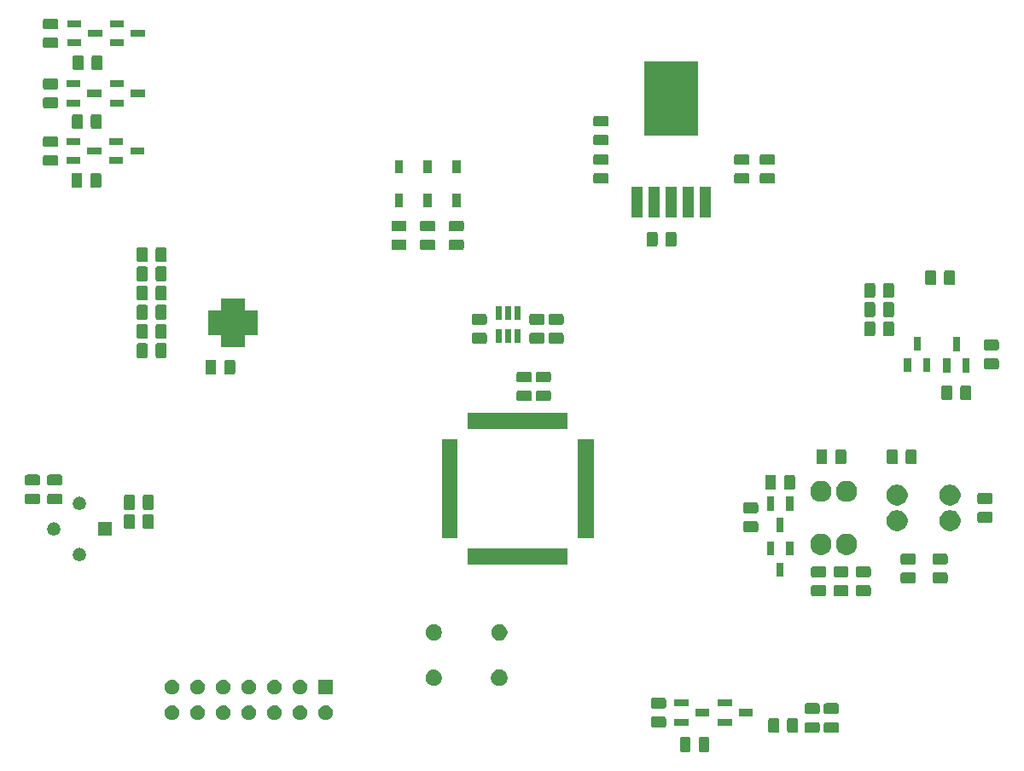
<source format=gbr>
G04 #@! TF.GenerationSoftware,KiCad,Pcbnew,5.1.5+dfsg1-2build2*
G04 #@! TF.CreationDate,2020-05-18T23:31:37+02:00*
G04 #@! TF.ProjectId,proto2,70726f74-6f32-42e6-9b69-6361645f7063,rev?*
G04 #@! TF.SameCoordinates,Original*
G04 #@! TF.FileFunction,Soldermask,Bot*
G04 #@! TF.FilePolarity,Negative*
%FSLAX46Y46*%
G04 Gerber Fmt 4.6, Leading zero omitted, Abs format (unit mm)*
G04 Created by KiCad (PCBNEW 5.1.5+dfsg1-2build2) date 2020-05-18 23:31:37*
%MOMM*%
%LPD*%
G04 APERTURE LIST*
%ADD10C,0.100000*%
G04 APERTURE END LIST*
D10*
G36*
X161099468Y-149113565D02*
G01*
X161138138Y-149125296D01*
X161173777Y-149144346D01*
X161205017Y-149169983D01*
X161230654Y-149201223D01*
X161249704Y-149236862D01*
X161261435Y-149275532D01*
X161266000Y-149321888D01*
X161266000Y-150398112D01*
X161261435Y-150444468D01*
X161249704Y-150483138D01*
X161230654Y-150518777D01*
X161205017Y-150550017D01*
X161173777Y-150575654D01*
X161138138Y-150594704D01*
X161099468Y-150606435D01*
X161053112Y-150611000D01*
X160401888Y-150611000D01*
X160355532Y-150606435D01*
X160316862Y-150594704D01*
X160281223Y-150575654D01*
X160249983Y-150550017D01*
X160224346Y-150518777D01*
X160205296Y-150483138D01*
X160193565Y-150444468D01*
X160189000Y-150398112D01*
X160189000Y-149321888D01*
X160193565Y-149275532D01*
X160205296Y-149236862D01*
X160224346Y-149201223D01*
X160249983Y-149169983D01*
X160281223Y-149144346D01*
X160316862Y-149125296D01*
X160355532Y-149113565D01*
X160401888Y-149109000D01*
X161053112Y-149109000D01*
X161099468Y-149113565D01*
G37*
G36*
X159224468Y-149113565D02*
G01*
X159263138Y-149125296D01*
X159298777Y-149144346D01*
X159330017Y-149169983D01*
X159355654Y-149201223D01*
X159374704Y-149236862D01*
X159386435Y-149275532D01*
X159391000Y-149321888D01*
X159391000Y-150398112D01*
X159386435Y-150444468D01*
X159374704Y-150483138D01*
X159355654Y-150518777D01*
X159330017Y-150550017D01*
X159298777Y-150575654D01*
X159263138Y-150594704D01*
X159224468Y-150606435D01*
X159178112Y-150611000D01*
X158526888Y-150611000D01*
X158480532Y-150606435D01*
X158441862Y-150594704D01*
X158406223Y-150575654D01*
X158374983Y-150550017D01*
X158349346Y-150518777D01*
X158330296Y-150483138D01*
X158318565Y-150444468D01*
X158314000Y-150398112D01*
X158314000Y-149321888D01*
X158318565Y-149275532D01*
X158330296Y-149236862D01*
X158349346Y-149201223D01*
X158374983Y-149169983D01*
X158406223Y-149144346D01*
X158441862Y-149125296D01*
X158480532Y-149113565D01*
X158526888Y-149109000D01*
X159178112Y-149109000D01*
X159224468Y-149113565D01*
G37*
G36*
X168011968Y-147208565D02*
G01*
X168050638Y-147220296D01*
X168086277Y-147239346D01*
X168117517Y-147264983D01*
X168143154Y-147296223D01*
X168162204Y-147331862D01*
X168173935Y-147370532D01*
X168178500Y-147416888D01*
X168178500Y-148493112D01*
X168173935Y-148539468D01*
X168162204Y-148578138D01*
X168143154Y-148613777D01*
X168117517Y-148645017D01*
X168086277Y-148670654D01*
X168050638Y-148689704D01*
X168011968Y-148701435D01*
X167965612Y-148706000D01*
X167314388Y-148706000D01*
X167268032Y-148701435D01*
X167229362Y-148689704D01*
X167193723Y-148670654D01*
X167162483Y-148645017D01*
X167136846Y-148613777D01*
X167117796Y-148578138D01*
X167106065Y-148539468D01*
X167101500Y-148493112D01*
X167101500Y-147416888D01*
X167106065Y-147370532D01*
X167117796Y-147331862D01*
X167136846Y-147296223D01*
X167162483Y-147264983D01*
X167193723Y-147239346D01*
X167229362Y-147220296D01*
X167268032Y-147208565D01*
X167314388Y-147204000D01*
X167965612Y-147204000D01*
X168011968Y-147208565D01*
G37*
G36*
X169886968Y-147208565D02*
G01*
X169925638Y-147220296D01*
X169961277Y-147239346D01*
X169992517Y-147264983D01*
X170018154Y-147296223D01*
X170037204Y-147331862D01*
X170048935Y-147370532D01*
X170053500Y-147416888D01*
X170053500Y-148493112D01*
X170048935Y-148539468D01*
X170037204Y-148578138D01*
X170018154Y-148613777D01*
X169992517Y-148645017D01*
X169961277Y-148670654D01*
X169925638Y-148689704D01*
X169886968Y-148701435D01*
X169840612Y-148706000D01*
X169189388Y-148706000D01*
X169143032Y-148701435D01*
X169104362Y-148689704D01*
X169068723Y-148670654D01*
X169037483Y-148645017D01*
X169011846Y-148613777D01*
X168992796Y-148578138D01*
X168981065Y-148539468D01*
X168976500Y-148493112D01*
X168976500Y-147416888D01*
X168981065Y-147370532D01*
X168992796Y-147331862D01*
X169011846Y-147296223D01*
X169037483Y-147264983D01*
X169068723Y-147239346D01*
X169104362Y-147220296D01*
X169143032Y-147208565D01*
X169189388Y-147204000D01*
X169840612Y-147204000D01*
X169886968Y-147208565D01*
G37*
G36*
X173939468Y-147629565D02*
G01*
X173978138Y-147641296D01*
X174013777Y-147660346D01*
X174045017Y-147685983D01*
X174070654Y-147717223D01*
X174089704Y-147752862D01*
X174101435Y-147791532D01*
X174106000Y-147837888D01*
X174106000Y-148489112D01*
X174101435Y-148535468D01*
X174089704Y-148574138D01*
X174070654Y-148609777D01*
X174045017Y-148641017D01*
X174013777Y-148666654D01*
X173978138Y-148685704D01*
X173939468Y-148697435D01*
X173893112Y-148702000D01*
X172816888Y-148702000D01*
X172770532Y-148697435D01*
X172731862Y-148685704D01*
X172696223Y-148666654D01*
X172664983Y-148641017D01*
X172639346Y-148609777D01*
X172620296Y-148574138D01*
X172608565Y-148535468D01*
X172604000Y-148489112D01*
X172604000Y-147837888D01*
X172608565Y-147791532D01*
X172620296Y-147752862D01*
X172639346Y-147717223D01*
X172664983Y-147685983D01*
X172696223Y-147660346D01*
X172731862Y-147641296D01*
X172770532Y-147629565D01*
X172816888Y-147625000D01*
X173893112Y-147625000D01*
X173939468Y-147629565D01*
G37*
G36*
X172034468Y-147629565D02*
G01*
X172073138Y-147641296D01*
X172108777Y-147660346D01*
X172140017Y-147685983D01*
X172165654Y-147717223D01*
X172184704Y-147752862D01*
X172196435Y-147791532D01*
X172201000Y-147837888D01*
X172201000Y-148489112D01*
X172196435Y-148535468D01*
X172184704Y-148574138D01*
X172165654Y-148609777D01*
X172140017Y-148641017D01*
X172108777Y-148666654D01*
X172073138Y-148685704D01*
X172034468Y-148697435D01*
X171988112Y-148702000D01*
X170911888Y-148702000D01*
X170865532Y-148697435D01*
X170826862Y-148685704D01*
X170791223Y-148666654D01*
X170759983Y-148641017D01*
X170734346Y-148609777D01*
X170715296Y-148574138D01*
X170703565Y-148535468D01*
X170699000Y-148489112D01*
X170699000Y-147837888D01*
X170703565Y-147791532D01*
X170715296Y-147752862D01*
X170734346Y-147717223D01*
X170759983Y-147685983D01*
X170791223Y-147660346D01*
X170826862Y-147641296D01*
X170865532Y-147629565D01*
X170911888Y-147625000D01*
X171988112Y-147625000D01*
X172034468Y-147629565D01*
G37*
G36*
X156794468Y-147088565D02*
G01*
X156833138Y-147100296D01*
X156868777Y-147119346D01*
X156900017Y-147144983D01*
X156925654Y-147176223D01*
X156944704Y-147211862D01*
X156956435Y-147250532D01*
X156961000Y-147296888D01*
X156961000Y-147948112D01*
X156956435Y-147994468D01*
X156944704Y-148033138D01*
X156925654Y-148068777D01*
X156900017Y-148100017D01*
X156868777Y-148125654D01*
X156833138Y-148144704D01*
X156794468Y-148156435D01*
X156748112Y-148161000D01*
X155671888Y-148161000D01*
X155625532Y-148156435D01*
X155586862Y-148144704D01*
X155551223Y-148125654D01*
X155519983Y-148100017D01*
X155494346Y-148068777D01*
X155475296Y-148033138D01*
X155463565Y-147994468D01*
X155459000Y-147948112D01*
X155459000Y-147296888D01*
X155463565Y-147250532D01*
X155475296Y-147211862D01*
X155494346Y-147176223D01*
X155519983Y-147144983D01*
X155551223Y-147119346D01*
X155586862Y-147100296D01*
X155625532Y-147088565D01*
X155671888Y-147084000D01*
X156748112Y-147084000D01*
X156794468Y-147088565D01*
G37*
G36*
X163481000Y-147986000D02*
G01*
X162079000Y-147986000D01*
X162079000Y-147284000D01*
X163481000Y-147284000D01*
X163481000Y-147986000D01*
G37*
G36*
X159171000Y-147986000D02*
G01*
X157769000Y-147986000D01*
X157769000Y-147284000D01*
X159171000Y-147284000D01*
X159171000Y-147986000D01*
G37*
G36*
X120792310Y-145962888D02*
G01*
X120864683Y-145977284D01*
X120998627Y-146032765D01*
X120998628Y-146032766D01*
X121119170Y-146113309D01*
X121221691Y-146215830D01*
X121268577Y-146286000D01*
X121302235Y-146336373D01*
X121357716Y-146470317D01*
X121386000Y-146612510D01*
X121386000Y-146757490D01*
X121357716Y-146899683D01*
X121302235Y-147033627D01*
X121302234Y-147033628D01*
X121221691Y-147154170D01*
X121119170Y-147256691D01*
X121059010Y-147296888D01*
X120998627Y-147337235D01*
X120864683Y-147392716D01*
X120722491Y-147421000D01*
X120577509Y-147421000D01*
X120435317Y-147392716D01*
X120301373Y-147337235D01*
X120240990Y-147296888D01*
X120180830Y-147256691D01*
X120078309Y-147154170D01*
X119997766Y-147033628D01*
X119997765Y-147033627D01*
X119942284Y-146899683D01*
X119914000Y-146757490D01*
X119914000Y-146612510D01*
X119942284Y-146470317D01*
X119997765Y-146336373D01*
X120031423Y-146286000D01*
X120078309Y-146215830D01*
X120180830Y-146113309D01*
X120301372Y-146032766D01*
X120301373Y-146032765D01*
X120435317Y-145977284D01*
X120507690Y-145962888D01*
X120577509Y-145949000D01*
X120722491Y-145949000D01*
X120792310Y-145962888D01*
G37*
G36*
X118252310Y-145962888D02*
G01*
X118324683Y-145977284D01*
X118458627Y-146032765D01*
X118458628Y-146032766D01*
X118579170Y-146113309D01*
X118681691Y-146215830D01*
X118728577Y-146286000D01*
X118762235Y-146336373D01*
X118817716Y-146470317D01*
X118846000Y-146612510D01*
X118846000Y-146757490D01*
X118817716Y-146899683D01*
X118762235Y-147033627D01*
X118762234Y-147033628D01*
X118681691Y-147154170D01*
X118579170Y-147256691D01*
X118519010Y-147296888D01*
X118458627Y-147337235D01*
X118324683Y-147392716D01*
X118182491Y-147421000D01*
X118037509Y-147421000D01*
X117895317Y-147392716D01*
X117761373Y-147337235D01*
X117700990Y-147296888D01*
X117640830Y-147256691D01*
X117538309Y-147154170D01*
X117457766Y-147033628D01*
X117457765Y-147033627D01*
X117402284Y-146899683D01*
X117374000Y-146757490D01*
X117374000Y-146612510D01*
X117402284Y-146470317D01*
X117457765Y-146336373D01*
X117491423Y-146286000D01*
X117538309Y-146215830D01*
X117640830Y-146113309D01*
X117761372Y-146032766D01*
X117761373Y-146032765D01*
X117895317Y-145977284D01*
X117967690Y-145962888D01*
X118037509Y-145949000D01*
X118182491Y-145949000D01*
X118252310Y-145962888D01*
G37*
G36*
X115712310Y-145962888D02*
G01*
X115784683Y-145977284D01*
X115918627Y-146032765D01*
X115918628Y-146032766D01*
X116039170Y-146113309D01*
X116141691Y-146215830D01*
X116188577Y-146286000D01*
X116222235Y-146336373D01*
X116277716Y-146470317D01*
X116306000Y-146612510D01*
X116306000Y-146757490D01*
X116277716Y-146899683D01*
X116222235Y-147033627D01*
X116222234Y-147033628D01*
X116141691Y-147154170D01*
X116039170Y-147256691D01*
X115979010Y-147296888D01*
X115918627Y-147337235D01*
X115784683Y-147392716D01*
X115642491Y-147421000D01*
X115497509Y-147421000D01*
X115355317Y-147392716D01*
X115221373Y-147337235D01*
X115160990Y-147296888D01*
X115100830Y-147256691D01*
X114998309Y-147154170D01*
X114917766Y-147033628D01*
X114917765Y-147033627D01*
X114862284Y-146899683D01*
X114834000Y-146757490D01*
X114834000Y-146612510D01*
X114862284Y-146470317D01*
X114917765Y-146336373D01*
X114951423Y-146286000D01*
X114998309Y-146215830D01*
X115100830Y-146113309D01*
X115221372Y-146032766D01*
X115221373Y-146032765D01*
X115355317Y-145977284D01*
X115427690Y-145962888D01*
X115497509Y-145949000D01*
X115642491Y-145949000D01*
X115712310Y-145962888D01*
G37*
G36*
X123332310Y-145962888D02*
G01*
X123404683Y-145977284D01*
X123538627Y-146032765D01*
X123538628Y-146032766D01*
X123659170Y-146113309D01*
X123761691Y-146215830D01*
X123808577Y-146286000D01*
X123842235Y-146336373D01*
X123897716Y-146470317D01*
X123926000Y-146612510D01*
X123926000Y-146757490D01*
X123897716Y-146899683D01*
X123842235Y-147033627D01*
X123842234Y-147033628D01*
X123761691Y-147154170D01*
X123659170Y-147256691D01*
X123599010Y-147296888D01*
X123538627Y-147337235D01*
X123404683Y-147392716D01*
X123262491Y-147421000D01*
X123117509Y-147421000D01*
X122975317Y-147392716D01*
X122841373Y-147337235D01*
X122780990Y-147296888D01*
X122720830Y-147256691D01*
X122618309Y-147154170D01*
X122537766Y-147033628D01*
X122537765Y-147033627D01*
X122482284Y-146899683D01*
X122454000Y-146757490D01*
X122454000Y-146612510D01*
X122482284Y-146470317D01*
X122537765Y-146336373D01*
X122571423Y-146286000D01*
X122618309Y-146215830D01*
X122720830Y-146113309D01*
X122841372Y-146032766D01*
X122841373Y-146032765D01*
X122975317Y-145977284D01*
X123047690Y-145962888D01*
X123117509Y-145949000D01*
X123262491Y-145949000D01*
X123332310Y-145962888D01*
G37*
G36*
X113172310Y-145962888D02*
G01*
X113244683Y-145977284D01*
X113378627Y-146032765D01*
X113378628Y-146032766D01*
X113499170Y-146113309D01*
X113601691Y-146215830D01*
X113648577Y-146286000D01*
X113682235Y-146336373D01*
X113737716Y-146470317D01*
X113766000Y-146612510D01*
X113766000Y-146757490D01*
X113737716Y-146899683D01*
X113682235Y-147033627D01*
X113682234Y-147033628D01*
X113601691Y-147154170D01*
X113499170Y-147256691D01*
X113439010Y-147296888D01*
X113378627Y-147337235D01*
X113244683Y-147392716D01*
X113102491Y-147421000D01*
X112957509Y-147421000D01*
X112815317Y-147392716D01*
X112681373Y-147337235D01*
X112620990Y-147296888D01*
X112560830Y-147256691D01*
X112458309Y-147154170D01*
X112377766Y-147033628D01*
X112377765Y-147033627D01*
X112322284Y-146899683D01*
X112294000Y-146757490D01*
X112294000Y-146612510D01*
X112322284Y-146470317D01*
X112377765Y-146336373D01*
X112411423Y-146286000D01*
X112458309Y-146215830D01*
X112560830Y-146113309D01*
X112681372Y-146032766D01*
X112681373Y-146032765D01*
X112815317Y-145977284D01*
X112887690Y-145962888D01*
X112957509Y-145949000D01*
X113102491Y-145949000D01*
X113172310Y-145962888D01*
G37*
G36*
X110632310Y-145962888D02*
G01*
X110704683Y-145977284D01*
X110838627Y-146032765D01*
X110838628Y-146032766D01*
X110959170Y-146113309D01*
X111061691Y-146215830D01*
X111108577Y-146286000D01*
X111142235Y-146336373D01*
X111197716Y-146470317D01*
X111226000Y-146612510D01*
X111226000Y-146757490D01*
X111197716Y-146899683D01*
X111142235Y-147033627D01*
X111142234Y-147033628D01*
X111061691Y-147154170D01*
X110959170Y-147256691D01*
X110899010Y-147296888D01*
X110838627Y-147337235D01*
X110704683Y-147392716D01*
X110562491Y-147421000D01*
X110417509Y-147421000D01*
X110275317Y-147392716D01*
X110141373Y-147337235D01*
X110080990Y-147296888D01*
X110020830Y-147256691D01*
X109918309Y-147154170D01*
X109837766Y-147033628D01*
X109837765Y-147033627D01*
X109782284Y-146899683D01*
X109754000Y-146757490D01*
X109754000Y-146612510D01*
X109782284Y-146470317D01*
X109837765Y-146336373D01*
X109871423Y-146286000D01*
X109918309Y-146215830D01*
X110020830Y-146113309D01*
X110141372Y-146032766D01*
X110141373Y-146032765D01*
X110275317Y-145977284D01*
X110347690Y-145962888D01*
X110417509Y-145949000D01*
X110562491Y-145949000D01*
X110632310Y-145962888D01*
G37*
G36*
X108092310Y-145962888D02*
G01*
X108164683Y-145977284D01*
X108298627Y-146032765D01*
X108298628Y-146032766D01*
X108419170Y-146113309D01*
X108521691Y-146215830D01*
X108568577Y-146286000D01*
X108602235Y-146336373D01*
X108657716Y-146470317D01*
X108686000Y-146612510D01*
X108686000Y-146757490D01*
X108657716Y-146899683D01*
X108602235Y-147033627D01*
X108602234Y-147033628D01*
X108521691Y-147154170D01*
X108419170Y-147256691D01*
X108359010Y-147296888D01*
X108298627Y-147337235D01*
X108164683Y-147392716D01*
X108022491Y-147421000D01*
X107877509Y-147421000D01*
X107735317Y-147392716D01*
X107601373Y-147337235D01*
X107540990Y-147296888D01*
X107480830Y-147256691D01*
X107378309Y-147154170D01*
X107297766Y-147033628D01*
X107297765Y-147033627D01*
X107242284Y-146899683D01*
X107214000Y-146757490D01*
X107214000Y-146612510D01*
X107242284Y-146470317D01*
X107297765Y-146336373D01*
X107331423Y-146286000D01*
X107378309Y-146215830D01*
X107480830Y-146113309D01*
X107601372Y-146032766D01*
X107601373Y-146032765D01*
X107735317Y-145977284D01*
X107807690Y-145962888D01*
X107877509Y-145949000D01*
X108022491Y-145949000D01*
X108092310Y-145962888D01*
G37*
G36*
X165581000Y-147036000D02*
G01*
X164179000Y-147036000D01*
X164179000Y-146334000D01*
X165581000Y-146334000D01*
X165581000Y-147036000D01*
G37*
G36*
X161271000Y-147036000D02*
G01*
X159869000Y-147036000D01*
X159869000Y-146334000D01*
X161271000Y-146334000D01*
X161271000Y-147036000D01*
G37*
G36*
X172034468Y-145754565D02*
G01*
X172073138Y-145766296D01*
X172108777Y-145785346D01*
X172140017Y-145810983D01*
X172165654Y-145842223D01*
X172184704Y-145877862D01*
X172196435Y-145916532D01*
X172201000Y-145962888D01*
X172201000Y-146614112D01*
X172196435Y-146660468D01*
X172184704Y-146699138D01*
X172165654Y-146734777D01*
X172140017Y-146766017D01*
X172108777Y-146791654D01*
X172073138Y-146810704D01*
X172034468Y-146822435D01*
X171988112Y-146827000D01*
X170911888Y-146827000D01*
X170865532Y-146822435D01*
X170826862Y-146810704D01*
X170791223Y-146791654D01*
X170759983Y-146766017D01*
X170734346Y-146734777D01*
X170715296Y-146699138D01*
X170703565Y-146660468D01*
X170699000Y-146614112D01*
X170699000Y-145962888D01*
X170703565Y-145916532D01*
X170715296Y-145877862D01*
X170734346Y-145842223D01*
X170759983Y-145810983D01*
X170791223Y-145785346D01*
X170826862Y-145766296D01*
X170865532Y-145754565D01*
X170911888Y-145750000D01*
X171988112Y-145750000D01*
X172034468Y-145754565D01*
G37*
G36*
X173939468Y-145754565D02*
G01*
X173978138Y-145766296D01*
X174013777Y-145785346D01*
X174045017Y-145810983D01*
X174070654Y-145842223D01*
X174089704Y-145877862D01*
X174101435Y-145916532D01*
X174106000Y-145962888D01*
X174106000Y-146614112D01*
X174101435Y-146660468D01*
X174089704Y-146699138D01*
X174070654Y-146734777D01*
X174045017Y-146766017D01*
X174013777Y-146791654D01*
X173978138Y-146810704D01*
X173939468Y-146822435D01*
X173893112Y-146827000D01*
X172816888Y-146827000D01*
X172770532Y-146822435D01*
X172731862Y-146810704D01*
X172696223Y-146791654D01*
X172664983Y-146766017D01*
X172639346Y-146734777D01*
X172620296Y-146699138D01*
X172608565Y-146660468D01*
X172604000Y-146614112D01*
X172604000Y-145962888D01*
X172608565Y-145916532D01*
X172620296Y-145877862D01*
X172639346Y-145842223D01*
X172664983Y-145810983D01*
X172696223Y-145785346D01*
X172731862Y-145766296D01*
X172770532Y-145754565D01*
X172816888Y-145750000D01*
X173893112Y-145750000D01*
X173939468Y-145754565D01*
G37*
G36*
X156794468Y-145213565D02*
G01*
X156833138Y-145225296D01*
X156868777Y-145244346D01*
X156900017Y-145269983D01*
X156925654Y-145301223D01*
X156944704Y-145336862D01*
X156956435Y-145375532D01*
X156961000Y-145421888D01*
X156961000Y-146073112D01*
X156956435Y-146119468D01*
X156944704Y-146158138D01*
X156925654Y-146193777D01*
X156900017Y-146225017D01*
X156868777Y-146250654D01*
X156833138Y-146269704D01*
X156794468Y-146281435D01*
X156748112Y-146286000D01*
X155671888Y-146286000D01*
X155625532Y-146281435D01*
X155586862Y-146269704D01*
X155551223Y-146250654D01*
X155519983Y-146225017D01*
X155494346Y-146193777D01*
X155475296Y-146158138D01*
X155463565Y-146119468D01*
X155459000Y-146073112D01*
X155459000Y-145421888D01*
X155463565Y-145375532D01*
X155475296Y-145336862D01*
X155494346Y-145301223D01*
X155519983Y-145269983D01*
X155551223Y-145244346D01*
X155586862Y-145225296D01*
X155625532Y-145213565D01*
X155671888Y-145209000D01*
X156748112Y-145209000D01*
X156794468Y-145213565D01*
G37*
G36*
X163481000Y-146086000D02*
G01*
X162079000Y-146086000D01*
X162079000Y-145384000D01*
X163481000Y-145384000D01*
X163481000Y-146086000D01*
G37*
G36*
X159171000Y-146086000D02*
G01*
X157769000Y-146086000D01*
X157769000Y-145384000D01*
X159171000Y-145384000D01*
X159171000Y-146086000D01*
G37*
G36*
X115713586Y-143423142D02*
G01*
X115784683Y-143437284D01*
X115918627Y-143492765D01*
X115918628Y-143492766D01*
X116039170Y-143573309D01*
X116141691Y-143675830D01*
X116178292Y-143730608D01*
X116222235Y-143796373D01*
X116277716Y-143930317D01*
X116306000Y-144072510D01*
X116306000Y-144217490D01*
X116277716Y-144359683D01*
X116222235Y-144493627D01*
X116222234Y-144493628D01*
X116141691Y-144614170D01*
X116039170Y-144716691D01*
X115948764Y-144777098D01*
X115918627Y-144797235D01*
X115784683Y-144852716D01*
X115713586Y-144866858D01*
X115642491Y-144881000D01*
X115497509Y-144881000D01*
X115426414Y-144866858D01*
X115355317Y-144852716D01*
X115221373Y-144797235D01*
X115191236Y-144777098D01*
X115100830Y-144716691D01*
X114998309Y-144614170D01*
X114917766Y-144493628D01*
X114917765Y-144493627D01*
X114862284Y-144359683D01*
X114834000Y-144217490D01*
X114834000Y-144072510D01*
X114862284Y-143930317D01*
X114917765Y-143796373D01*
X114961708Y-143730608D01*
X114998309Y-143675830D01*
X115100830Y-143573309D01*
X115221372Y-143492766D01*
X115221373Y-143492765D01*
X115355317Y-143437284D01*
X115426414Y-143423142D01*
X115497509Y-143409000D01*
X115642491Y-143409000D01*
X115713586Y-143423142D01*
G37*
G36*
X108093586Y-143423142D02*
G01*
X108164683Y-143437284D01*
X108298627Y-143492765D01*
X108298628Y-143492766D01*
X108419170Y-143573309D01*
X108521691Y-143675830D01*
X108558292Y-143730608D01*
X108602235Y-143796373D01*
X108657716Y-143930317D01*
X108686000Y-144072510D01*
X108686000Y-144217490D01*
X108657716Y-144359683D01*
X108602235Y-144493627D01*
X108602234Y-144493628D01*
X108521691Y-144614170D01*
X108419170Y-144716691D01*
X108328764Y-144777098D01*
X108298627Y-144797235D01*
X108164683Y-144852716D01*
X108093586Y-144866858D01*
X108022491Y-144881000D01*
X107877509Y-144881000D01*
X107806414Y-144866858D01*
X107735317Y-144852716D01*
X107601373Y-144797235D01*
X107571236Y-144777098D01*
X107480830Y-144716691D01*
X107378309Y-144614170D01*
X107297766Y-144493628D01*
X107297765Y-144493627D01*
X107242284Y-144359683D01*
X107214000Y-144217490D01*
X107214000Y-144072510D01*
X107242284Y-143930317D01*
X107297765Y-143796373D01*
X107341708Y-143730608D01*
X107378309Y-143675830D01*
X107480830Y-143573309D01*
X107601372Y-143492766D01*
X107601373Y-143492765D01*
X107735317Y-143437284D01*
X107806414Y-143423142D01*
X107877509Y-143409000D01*
X108022491Y-143409000D01*
X108093586Y-143423142D01*
G37*
G36*
X110633586Y-143423142D02*
G01*
X110704683Y-143437284D01*
X110838627Y-143492765D01*
X110838628Y-143492766D01*
X110959170Y-143573309D01*
X111061691Y-143675830D01*
X111098292Y-143730608D01*
X111142235Y-143796373D01*
X111197716Y-143930317D01*
X111226000Y-144072510D01*
X111226000Y-144217490D01*
X111197716Y-144359683D01*
X111142235Y-144493627D01*
X111142234Y-144493628D01*
X111061691Y-144614170D01*
X110959170Y-144716691D01*
X110868764Y-144777098D01*
X110838627Y-144797235D01*
X110704683Y-144852716D01*
X110633586Y-144866858D01*
X110562491Y-144881000D01*
X110417509Y-144881000D01*
X110346414Y-144866858D01*
X110275317Y-144852716D01*
X110141373Y-144797235D01*
X110111236Y-144777098D01*
X110020830Y-144716691D01*
X109918309Y-144614170D01*
X109837766Y-144493628D01*
X109837765Y-144493627D01*
X109782284Y-144359683D01*
X109754000Y-144217490D01*
X109754000Y-144072510D01*
X109782284Y-143930317D01*
X109837765Y-143796373D01*
X109881708Y-143730608D01*
X109918309Y-143675830D01*
X110020830Y-143573309D01*
X110141372Y-143492766D01*
X110141373Y-143492765D01*
X110275317Y-143437284D01*
X110346414Y-143423142D01*
X110417509Y-143409000D01*
X110562491Y-143409000D01*
X110633586Y-143423142D01*
G37*
G36*
X123926000Y-144881000D02*
G01*
X122454000Y-144881000D01*
X122454000Y-143409000D01*
X123926000Y-143409000D01*
X123926000Y-144881000D01*
G37*
G36*
X120793586Y-143423142D02*
G01*
X120864683Y-143437284D01*
X120998627Y-143492765D01*
X120998628Y-143492766D01*
X121119170Y-143573309D01*
X121221691Y-143675830D01*
X121258292Y-143730608D01*
X121302235Y-143796373D01*
X121357716Y-143930317D01*
X121386000Y-144072510D01*
X121386000Y-144217490D01*
X121357716Y-144359683D01*
X121302235Y-144493627D01*
X121302234Y-144493628D01*
X121221691Y-144614170D01*
X121119170Y-144716691D01*
X121028764Y-144777098D01*
X120998627Y-144797235D01*
X120864683Y-144852716D01*
X120793586Y-144866858D01*
X120722491Y-144881000D01*
X120577509Y-144881000D01*
X120506414Y-144866858D01*
X120435317Y-144852716D01*
X120301373Y-144797235D01*
X120271236Y-144777098D01*
X120180830Y-144716691D01*
X120078309Y-144614170D01*
X119997766Y-144493628D01*
X119997765Y-144493627D01*
X119942284Y-144359683D01*
X119914000Y-144217490D01*
X119914000Y-144072510D01*
X119942284Y-143930317D01*
X119997765Y-143796373D01*
X120041708Y-143730608D01*
X120078309Y-143675830D01*
X120180830Y-143573309D01*
X120301372Y-143492766D01*
X120301373Y-143492765D01*
X120435317Y-143437284D01*
X120506414Y-143423142D01*
X120577509Y-143409000D01*
X120722491Y-143409000D01*
X120793586Y-143423142D01*
G37*
G36*
X118253586Y-143423142D02*
G01*
X118324683Y-143437284D01*
X118458627Y-143492765D01*
X118458628Y-143492766D01*
X118579170Y-143573309D01*
X118681691Y-143675830D01*
X118718292Y-143730608D01*
X118762235Y-143796373D01*
X118817716Y-143930317D01*
X118846000Y-144072510D01*
X118846000Y-144217490D01*
X118817716Y-144359683D01*
X118762235Y-144493627D01*
X118762234Y-144493628D01*
X118681691Y-144614170D01*
X118579170Y-144716691D01*
X118488764Y-144777098D01*
X118458627Y-144797235D01*
X118324683Y-144852716D01*
X118253586Y-144866858D01*
X118182491Y-144881000D01*
X118037509Y-144881000D01*
X117966414Y-144866858D01*
X117895317Y-144852716D01*
X117761373Y-144797235D01*
X117731236Y-144777098D01*
X117640830Y-144716691D01*
X117538309Y-144614170D01*
X117457766Y-144493628D01*
X117457765Y-144493627D01*
X117402284Y-144359683D01*
X117374000Y-144217490D01*
X117374000Y-144072510D01*
X117402284Y-143930317D01*
X117457765Y-143796373D01*
X117501708Y-143730608D01*
X117538309Y-143675830D01*
X117640830Y-143573309D01*
X117761372Y-143492766D01*
X117761373Y-143492765D01*
X117895317Y-143437284D01*
X117966414Y-143423142D01*
X118037509Y-143409000D01*
X118182491Y-143409000D01*
X118253586Y-143423142D01*
G37*
G36*
X113173586Y-143423142D02*
G01*
X113244683Y-143437284D01*
X113378627Y-143492765D01*
X113378628Y-143492766D01*
X113499170Y-143573309D01*
X113601691Y-143675830D01*
X113638292Y-143730608D01*
X113682235Y-143796373D01*
X113737716Y-143930317D01*
X113766000Y-144072510D01*
X113766000Y-144217490D01*
X113737716Y-144359683D01*
X113682235Y-144493627D01*
X113682234Y-144493628D01*
X113601691Y-144614170D01*
X113499170Y-144716691D01*
X113408764Y-144777098D01*
X113378627Y-144797235D01*
X113244683Y-144852716D01*
X113173586Y-144866858D01*
X113102491Y-144881000D01*
X112957509Y-144881000D01*
X112886414Y-144866858D01*
X112815317Y-144852716D01*
X112681373Y-144797235D01*
X112651236Y-144777098D01*
X112560830Y-144716691D01*
X112458309Y-144614170D01*
X112377766Y-144493628D01*
X112377765Y-144493627D01*
X112322284Y-144359683D01*
X112294000Y-144217490D01*
X112294000Y-144072510D01*
X112322284Y-143930317D01*
X112377765Y-143796373D01*
X112421708Y-143730608D01*
X112458309Y-143675830D01*
X112560830Y-143573309D01*
X112681372Y-143492766D01*
X112681373Y-143492765D01*
X112815317Y-143437284D01*
X112886414Y-143423142D01*
X112957509Y-143409000D01*
X113102491Y-143409000D01*
X113173586Y-143423142D01*
G37*
G36*
X140649474Y-142430550D02*
G01*
X140649476Y-142430551D01*
X140649477Y-142430551D01*
X140798889Y-142492440D01*
X140933357Y-142582288D01*
X141047712Y-142696643D01*
X141056231Y-142709393D01*
X141137560Y-142831111D01*
X141199450Y-142980526D01*
X141231000Y-143139137D01*
X141231000Y-143300863D01*
X141200610Y-143453643D01*
X141199449Y-143459477D01*
X141137560Y-143608889D01*
X141047712Y-143743357D01*
X140933357Y-143857712D01*
X140798889Y-143947560D01*
X140649477Y-144009449D01*
X140649476Y-144009449D01*
X140649474Y-144009450D01*
X140490863Y-144041000D01*
X140329137Y-144041000D01*
X140170526Y-144009450D01*
X140170524Y-144009449D01*
X140170523Y-144009449D01*
X140021111Y-143947560D01*
X139886643Y-143857712D01*
X139772288Y-143743357D01*
X139682440Y-143608889D01*
X139620551Y-143459477D01*
X139619391Y-143453643D01*
X139589000Y-143300863D01*
X139589000Y-143139137D01*
X139620550Y-142980526D01*
X139682440Y-142831111D01*
X139763769Y-142709393D01*
X139772288Y-142696643D01*
X139886643Y-142582288D01*
X140021111Y-142492440D01*
X140170523Y-142430551D01*
X140170524Y-142430551D01*
X140170526Y-142430550D01*
X140329137Y-142399000D01*
X140490863Y-142399000D01*
X140649474Y-142430550D01*
G37*
G36*
X134143642Y-142449781D02*
G01*
X134246629Y-142492440D01*
X134289416Y-142510163D01*
X134420608Y-142597822D01*
X134532178Y-142709392D01*
X134613507Y-142831111D01*
X134619838Y-142840586D01*
X134680219Y-142986358D01*
X134711000Y-143141107D01*
X134711000Y-143298893D01*
X134680219Y-143453642D01*
X134664013Y-143492766D01*
X134619837Y-143599416D01*
X134532178Y-143730608D01*
X134420608Y-143842178D01*
X134289416Y-143929837D01*
X134289415Y-143929838D01*
X134289414Y-143929838D01*
X134143642Y-143990219D01*
X133988893Y-144021000D01*
X133831107Y-144021000D01*
X133676358Y-143990219D01*
X133530586Y-143929838D01*
X133530585Y-143929838D01*
X133530584Y-143929837D01*
X133399392Y-143842178D01*
X133287822Y-143730608D01*
X133200163Y-143599416D01*
X133155987Y-143492766D01*
X133139781Y-143453642D01*
X133109000Y-143298893D01*
X133109000Y-143141107D01*
X133139781Y-142986358D01*
X133200162Y-142840586D01*
X133206493Y-142831111D01*
X133287822Y-142709392D01*
X133399392Y-142597822D01*
X133530584Y-142510163D01*
X133573371Y-142492440D01*
X133676358Y-142449781D01*
X133831107Y-142419000D01*
X133988893Y-142419000D01*
X134143642Y-142449781D01*
G37*
G36*
X134143642Y-137949781D02*
G01*
X134289414Y-138010162D01*
X134289416Y-138010163D01*
X134420608Y-138097822D01*
X134532178Y-138209392D01*
X134619837Y-138340584D01*
X134619838Y-138340586D01*
X134680219Y-138486358D01*
X134711000Y-138641107D01*
X134711000Y-138798893D01*
X134680219Y-138953642D01*
X134619838Y-139099414D01*
X134619837Y-139099416D01*
X134532178Y-139230608D01*
X134420608Y-139342178D01*
X134289416Y-139429837D01*
X134289415Y-139429838D01*
X134289414Y-139429838D01*
X134143642Y-139490219D01*
X133988893Y-139521000D01*
X133831107Y-139521000D01*
X133676358Y-139490219D01*
X133530586Y-139429838D01*
X133530585Y-139429838D01*
X133530584Y-139429837D01*
X133399392Y-139342178D01*
X133287822Y-139230608D01*
X133200163Y-139099416D01*
X133200162Y-139099414D01*
X133139781Y-138953642D01*
X133109000Y-138798893D01*
X133109000Y-138641107D01*
X133139781Y-138486358D01*
X133200162Y-138340586D01*
X133200163Y-138340584D01*
X133287822Y-138209392D01*
X133399392Y-138097822D01*
X133530584Y-138010163D01*
X133530586Y-138010162D01*
X133676358Y-137949781D01*
X133831107Y-137919000D01*
X133988893Y-137919000D01*
X134143642Y-137949781D01*
G37*
G36*
X140643642Y-137949781D02*
G01*
X140789414Y-138010162D01*
X140789416Y-138010163D01*
X140920608Y-138097822D01*
X141032178Y-138209392D01*
X141119837Y-138340584D01*
X141119838Y-138340586D01*
X141180219Y-138486358D01*
X141211000Y-138641107D01*
X141211000Y-138798893D01*
X141180219Y-138953642D01*
X141119838Y-139099414D01*
X141119837Y-139099416D01*
X141032178Y-139230608D01*
X140920608Y-139342178D01*
X140789416Y-139429837D01*
X140789415Y-139429838D01*
X140789414Y-139429838D01*
X140643642Y-139490219D01*
X140488893Y-139521000D01*
X140331107Y-139521000D01*
X140176358Y-139490219D01*
X140030586Y-139429838D01*
X140030585Y-139429838D01*
X140030584Y-139429837D01*
X139899392Y-139342178D01*
X139787822Y-139230608D01*
X139700163Y-139099416D01*
X139700162Y-139099414D01*
X139639781Y-138953642D01*
X139609000Y-138798893D01*
X139609000Y-138641107D01*
X139639781Y-138486358D01*
X139700162Y-138340586D01*
X139700163Y-138340584D01*
X139787822Y-138209392D01*
X139899392Y-138097822D01*
X140030584Y-138010163D01*
X140030586Y-138010162D01*
X140176358Y-137949781D01*
X140331107Y-137919000D01*
X140488893Y-137919000D01*
X140643642Y-137949781D01*
G37*
G36*
X172669468Y-134056065D02*
G01*
X172708138Y-134067796D01*
X172743777Y-134086846D01*
X172775017Y-134112483D01*
X172800654Y-134143723D01*
X172819704Y-134179362D01*
X172831435Y-134218032D01*
X172836000Y-134264388D01*
X172836000Y-134915612D01*
X172831435Y-134961968D01*
X172819704Y-135000638D01*
X172800654Y-135036277D01*
X172775017Y-135067517D01*
X172743777Y-135093154D01*
X172708138Y-135112204D01*
X172669468Y-135123935D01*
X172623112Y-135128500D01*
X171546888Y-135128500D01*
X171500532Y-135123935D01*
X171461862Y-135112204D01*
X171426223Y-135093154D01*
X171394983Y-135067517D01*
X171369346Y-135036277D01*
X171350296Y-135000638D01*
X171338565Y-134961968D01*
X171334000Y-134915612D01*
X171334000Y-134264388D01*
X171338565Y-134218032D01*
X171350296Y-134179362D01*
X171369346Y-134143723D01*
X171394983Y-134112483D01*
X171426223Y-134086846D01*
X171461862Y-134067796D01*
X171500532Y-134056065D01*
X171546888Y-134051500D01*
X172623112Y-134051500D01*
X172669468Y-134056065D01*
G37*
G36*
X177114468Y-134056065D02*
G01*
X177153138Y-134067796D01*
X177188777Y-134086846D01*
X177220017Y-134112483D01*
X177245654Y-134143723D01*
X177264704Y-134179362D01*
X177276435Y-134218032D01*
X177281000Y-134264388D01*
X177281000Y-134915612D01*
X177276435Y-134961968D01*
X177264704Y-135000638D01*
X177245654Y-135036277D01*
X177220017Y-135067517D01*
X177188777Y-135093154D01*
X177153138Y-135112204D01*
X177114468Y-135123935D01*
X177068112Y-135128500D01*
X175991888Y-135128500D01*
X175945532Y-135123935D01*
X175906862Y-135112204D01*
X175871223Y-135093154D01*
X175839983Y-135067517D01*
X175814346Y-135036277D01*
X175795296Y-135000638D01*
X175783565Y-134961968D01*
X175779000Y-134915612D01*
X175779000Y-134264388D01*
X175783565Y-134218032D01*
X175795296Y-134179362D01*
X175814346Y-134143723D01*
X175839983Y-134112483D01*
X175871223Y-134086846D01*
X175906862Y-134067796D01*
X175945532Y-134056065D01*
X175991888Y-134051500D01*
X177068112Y-134051500D01*
X177114468Y-134056065D01*
G37*
G36*
X174891968Y-134056065D02*
G01*
X174930638Y-134067796D01*
X174966277Y-134086846D01*
X174997517Y-134112483D01*
X175023154Y-134143723D01*
X175042204Y-134179362D01*
X175053935Y-134218032D01*
X175058500Y-134264388D01*
X175058500Y-134915612D01*
X175053935Y-134961968D01*
X175042204Y-135000638D01*
X175023154Y-135036277D01*
X174997517Y-135067517D01*
X174966277Y-135093154D01*
X174930638Y-135112204D01*
X174891968Y-135123935D01*
X174845612Y-135128500D01*
X173769388Y-135128500D01*
X173723032Y-135123935D01*
X173684362Y-135112204D01*
X173648723Y-135093154D01*
X173617483Y-135067517D01*
X173591846Y-135036277D01*
X173572796Y-135000638D01*
X173561065Y-134961968D01*
X173556500Y-134915612D01*
X173556500Y-134264388D01*
X173561065Y-134218032D01*
X173572796Y-134179362D01*
X173591846Y-134143723D01*
X173617483Y-134112483D01*
X173648723Y-134086846D01*
X173684362Y-134067796D01*
X173723032Y-134056065D01*
X173769388Y-134051500D01*
X174845612Y-134051500D01*
X174891968Y-134056065D01*
G37*
G36*
X184734468Y-132786065D02*
G01*
X184773138Y-132797796D01*
X184808777Y-132816846D01*
X184840017Y-132842483D01*
X184865654Y-132873723D01*
X184884704Y-132909362D01*
X184896435Y-132948032D01*
X184901000Y-132994388D01*
X184901000Y-133645612D01*
X184896435Y-133691968D01*
X184884704Y-133730638D01*
X184865654Y-133766277D01*
X184840017Y-133797517D01*
X184808777Y-133823154D01*
X184773138Y-133842204D01*
X184734468Y-133853935D01*
X184688112Y-133858500D01*
X183611888Y-133858500D01*
X183565532Y-133853935D01*
X183526862Y-133842204D01*
X183491223Y-133823154D01*
X183459983Y-133797517D01*
X183434346Y-133766277D01*
X183415296Y-133730638D01*
X183403565Y-133691968D01*
X183399000Y-133645612D01*
X183399000Y-132994388D01*
X183403565Y-132948032D01*
X183415296Y-132909362D01*
X183434346Y-132873723D01*
X183459983Y-132842483D01*
X183491223Y-132816846D01*
X183526862Y-132797796D01*
X183565532Y-132786065D01*
X183611888Y-132781500D01*
X184688112Y-132781500D01*
X184734468Y-132786065D01*
G37*
G36*
X181559468Y-132786065D02*
G01*
X181598138Y-132797796D01*
X181633777Y-132816846D01*
X181665017Y-132842483D01*
X181690654Y-132873723D01*
X181709704Y-132909362D01*
X181721435Y-132948032D01*
X181726000Y-132994388D01*
X181726000Y-133645612D01*
X181721435Y-133691968D01*
X181709704Y-133730638D01*
X181690654Y-133766277D01*
X181665017Y-133797517D01*
X181633777Y-133823154D01*
X181598138Y-133842204D01*
X181559468Y-133853935D01*
X181513112Y-133858500D01*
X180436888Y-133858500D01*
X180390532Y-133853935D01*
X180351862Y-133842204D01*
X180316223Y-133823154D01*
X180284983Y-133797517D01*
X180259346Y-133766277D01*
X180240296Y-133730638D01*
X180228565Y-133691968D01*
X180224000Y-133645612D01*
X180224000Y-132994388D01*
X180228565Y-132948032D01*
X180240296Y-132909362D01*
X180259346Y-132873723D01*
X180284983Y-132842483D01*
X180316223Y-132816846D01*
X180351862Y-132797796D01*
X180390532Y-132786065D01*
X180436888Y-132781500D01*
X181513112Y-132781500D01*
X181559468Y-132786065D01*
G37*
G36*
X177114468Y-132181065D02*
G01*
X177153138Y-132192796D01*
X177188777Y-132211846D01*
X177220017Y-132237483D01*
X177245654Y-132268723D01*
X177264704Y-132304362D01*
X177276435Y-132343032D01*
X177281000Y-132389388D01*
X177281000Y-133040612D01*
X177276435Y-133086968D01*
X177264704Y-133125638D01*
X177245654Y-133161277D01*
X177220017Y-133192517D01*
X177188777Y-133218154D01*
X177153138Y-133237204D01*
X177114468Y-133248935D01*
X177068112Y-133253500D01*
X175991888Y-133253500D01*
X175945532Y-133248935D01*
X175906862Y-133237204D01*
X175871223Y-133218154D01*
X175839983Y-133192517D01*
X175814346Y-133161277D01*
X175795296Y-133125638D01*
X175783565Y-133086968D01*
X175779000Y-133040612D01*
X175779000Y-132389388D01*
X175783565Y-132343032D01*
X175795296Y-132304362D01*
X175814346Y-132268723D01*
X175839983Y-132237483D01*
X175871223Y-132211846D01*
X175906862Y-132192796D01*
X175945532Y-132181065D01*
X175991888Y-132176500D01*
X177068112Y-132176500D01*
X177114468Y-132181065D01*
G37*
G36*
X172669468Y-132181065D02*
G01*
X172708138Y-132192796D01*
X172743777Y-132211846D01*
X172775017Y-132237483D01*
X172800654Y-132268723D01*
X172819704Y-132304362D01*
X172831435Y-132343032D01*
X172836000Y-132389388D01*
X172836000Y-133040612D01*
X172831435Y-133086968D01*
X172819704Y-133125638D01*
X172800654Y-133161277D01*
X172775017Y-133192517D01*
X172743777Y-133218154D01*
X172708138Y-133237204D01*
X172669468Y-133248935D01*
X172623112Y-133253500D01*
X171546888Y-133253500D01*
X171500532Y-133248935D01*
X171461862Y-133237204D01*
X171426223Y-133218154D01*
X171394983Y-133192517D01*
X171369346Y-133161277D01*
X171350296Y-133125638D01*
X171338565Y-133086968D01*
X171334000Y-133040612D01*
X171334000Y-132389388D01*
X171338565Y-132343032D01*
X171350296Y-132304362D01*
X171369346Y-132268723D01*
X171394983Y-132237483D01*
X171426223Y-132211846D01*
X171461862Y-132192796D01*
X171500532Y-132181065D01*
X171546888Y-132176500D01*
X172623112Y-132176500D01*
X172669468Y-132181065D01*
G37*
G36*
X174891968Y-132181065D02*
G01*
X174930638Y-132192796D01*
X174966277Y-132211846D01*
X174997517Y-132237483D01*
X175023154Y-132268723D01*
X175042204Y-132304362D01*
X175053935Y-132343032D01*
X175058500Y-132389388D01*
X175058500Y-133040612D01*
X175053935Y-133086968D01*
X175042204Y-133125638D01*
X175023154Y-133161277D01*
X174997517Y-133192517D01*
X174966277Y-133218154D01*
X174930638Y-133237204D01*
X174891968Y-133248935D01*
X174845612Y-133253500D01*
X173769388Y-133253500D01*
X173723032Y-133248935D01*
X173684362Y-133237204D01*
X173648723Y-133218154D01*
X173617483Y-133192517D01*
X173591846Y-133161277D01*
X173572796Y-133125638D01*
X173561065Y-133086968D01*
X173556500Y-133040612D01*
X173556500Y-132389388D01*
X173561065Y-132343032D01*
X173572796Y-132304362D01*
X173591846Y-132268723D01*
X173617483Y-132237483D01*
X173648723Y-132211846D01*
X173684362Y-132192796D01*
X173723032Y-132181065D01*
X173769388Y-132176500D01*
X174845612Y-132176500D01*
X174891968Y-132181065D01*
G37*
G36*
X168626000Y-133196000D02*
G01*
X167924000Y-133196000D01*
X167924000Y-131794000D01*
X168626000Y-131794000D01*
X168626000Y-133196000D01*
G37*
G36*
X147191000Y-131986500D02*
G01*
X137289000Y-131986500D01*
X137289000Y-130409500D01*
X147191000Y-130409500D01*
X147191000Y-131986500D01*
G37*
G36*
X181559468Y-130911065D02*
G01*
X181598138Y-130922796D01*
X181633777Y-130941846D01*
X181665017Y-130967483D01*
X181690654Y-130998723D01*
X181709704Y-131034362D01*
X181721435Y-131073032D01*
X181726000Y-131119388D01*
X181726000Y-131770612D01*
X181721435Y-131816968D01*
X181709704Y-131855638D01*
X181690654Y-131891277D01*
X181665017Y-131922517D01*
X181633777Y-131948154D01*
X181598138Y-131967204D01*
X181559468Y-131978935D01*
X181513112Y-131983500D01*
X180436888Y-131983500D01*
X180390532Y-131978935D01*
X180351862Y-131967204D01*
X180316223Y-131948154D01*
X180284983Y-131922517D01*
X180259346Y-131891277D01*
X180240296Y-131855638D01*
X180228565Y-131816968D01*
X180224000Y-131770612D01*
X180224000Y-131119388D01*
X180228565Y-131073032D01*
X180240296Y-131034362D01*
X180259346Y-130998723D01*
X180284983Y-130967483D01*
X180316223Y-130941846D01*
X180351862Y-130922796D01*
X180390532Y-130911065D01*
X180436888Y-130906500D01*
X181513112Y-130906500D01*
X181559468Y-130911065D01*
G37*
G36*
X184734468Y-130911065D02*
G01*
X184773138Y-130922796D01*
X184808777Y-130941846D01*
X184840017Y-130967483D01*
X184865654Y-130998723D01*
X184884704Y-131034362D01*
X184896435Y-131073032D01*
X184901000Y-131119388D01*
X184901000Y-131770612D01*
X184896435Y-131816968D01*
X184884704Y-131855638D01*
X184865654Y-131891277D01*
X184840017Y-131922517D01*
X184808777Y-131948154D01*
X184773138Y-131967204D01*
X184734468Y-131978935D01*
X184688112Y-131983500D01*
X183611888Y-131983500D01*
X183565532Y-131978935D01*
X183526862Y-131967204D01*
X183491223Y-131948154D01*
X183459983Y-131922517D01*
X183434346Y-131891277D01*
X183415296Y-131855638D01*
X183403565Y-131816968D01*
X183399000Y-131770612D01*
X183399000Y-131119388D01*
X183403565Y-131073032D01*
X183415296Y-131034362D01*
X183434346Y-130998723D01*
X183459983Y-130967483D01*
X183491223Y-130941846D01*
X183526862Y-130922796D01*
X183565532Y-130911065D01*
X183611888Y-130906500D01*
X184688112Y-130906500D01*
X184734468Y-130911065D01*
G37*
G36*
X98943923Y-130365663D02*
G01*
X99061670Y-130414436D01*
X99167639Y-130485242D01*
X99257758Y-130575361D01*
X99328564Y-130681330D01*
X99377337Y-130799077D01*
X99402200Y-130924076D01*
X99402200Y-131051524D01*
X99377337Y-131176523D01*
X99328564Y-131294270D01*
X99257758Y-131400239D01*
X99167639Y-131490358D01*
X99061670Y-131561164D01*
X98943923Y-131609937D01*
X98818924Y-131634800D01*
X98691476Y-131634800D01*
X98566477Y-131609937D01*
X98448730Y-131561164D01*
X98342761Y-131490358D01*
X98252642Y-131400239D01*
X98181836Y-131294270D01*
X98133063Y-131176523D01*
X98108200Y-131051524D01*
X98108200Y-130924076D01*
X98133063Y-130799077D01*
X98181836Y-130681330D01*
X98252642Y-130575361D01*
X98342761Y-130485242D01*
X98448730Y-130414436D01*
X98566477Y-130365663D01*
X98691476Y-130340800D01*
X98818924Y-130340800D01*
X98943923Y-130365663D01*
G37*
G36*
X167676000Y-131096000D02*
G01*
X166974000Y-131096000D01*
X166974000Y-129694000D01*
X167676000Y-129694000D01*
X167676000Y-131096000D01*
G37*
G36*
X169576000Y-131096000D02*
G01*
X168874000Y-131096000D01*
X168874000Y-129694000D01*
X169576000Y-129694000D01*
X169576000Y-131096000D01*
G37*
G36*
X172626764Y-128961389D02*
G01*
X172818033Y-129040615D01*
X172818035Y-129040616D01*
X172861915Y-129069936D01*
X172990173Y-129155635D01*
X173136565Y-129302027D01*
X173251585Y-129474167D01*
X173330811Y-129665436D01*
X173371200Y-129868484D01*
X173371200Y-130075516D01*
X173330811Y-130278564D01*
X173274531Y-130414436D01*
X173251584Y-130469835D01*
X173136565Y-130641973D01*
X172990173Y-130788365D01*
X172818035Y-130903384D01*
X172818034Y-130903385D01*
X172818033Y-130903385D01*
X172626764Y-130982611D01*
X172423716Y-131023000D01*
X172216684Y-131023000D01*
X172013636Y-130982611D01*
X171822367Y-130903385D01*
X171822366Y-130903385D01*
X171822365Y-130903384D01*
X171650227Y-130788365D01*
X171503835Y-130641973D01*
X171388816Y-130469835D01*
X171365869Y-130414436D01*
X171309589Y-130278564D01*
X171269200Y-130075516D01*
X171269200Y-129868484D01*
X171309589Y-129665436D01*
X171388815Y-129474167D01*
X171503835Y-129302027D01*
X171650227Y-129155635D01*
X171778485Y-129069936D01*
X171822365Y-129040616D01*
X171822367Y-129040615D01*
X172013636Y-128961389D01*
X172216684Y-128921000D01*
X172423716Y-128921000D01*
X172626764Y-128961389D01*
G37*
G36*
X175166764Y-128961389D02*
G01*
X175358033Y-129040615D01*
X175358035Y-129040616D01*
X175401915Y-129069936D01*
X175530173Y-129155635D01*
X175676565Y-129302027D01*
X175791585Y-129474167D01*
X175870811Y-129665436D01*
X175911200Y-129868484D01*
X175911200Y-130075516D01*
X175870811Y-130278564D01*
X175814531Y-130414436D01*
X175791584Y-130469835D01*
X175676565Y-130641973D01*
X175530173Y-130788365D01*
X175358035Y-130903384D01*
X175358034Y-130903385D01*
X175358033Y-130903385D01*
X175166764Y-130982611D01*
X174963716Y-131023000D01*
X174756684Y-131023000D01*
X174553636Y-130982611D01*
X174362367Y-130903385D01*
X174362366Y-130903385D01*
X174362365Y-130903384D01*
X174190227Y-130788365D01*
X174043835Y-130641973D01*
X173928816Y-130469835D01*
X173905869Y-130414436D01*
X173849589Y-130278564D01*
X173809200Y-130075516D01*
X173809200Y-129868484D01*
X173849589Y-129665436D01*
X173928815Y-129474167D01*
X174043835Y-129302027D01*
X174190227Y-129155635D01*
X174318485Y-129069936D01*
X174362365Y-129040616D01*
X174362367Y-129040615D01*
X174553636Y-128961389D01*
X174756684Y-128921000D01*
X174963716Y-128921000D01*
X175166764Y-128961389D01*
G37*
G36*
X136290500Y-129411000D02*
G01*
X134713500Y-129411000D01*
X134713500Y-119509000D01*
X136290500Y-119509000D01*
X136290500Y-129411000D01*
G37*
G36*
X149766500Y-129411000D02*
G01*
X148189500Y-129411000D01*
X148189500Y-119509000D01*
X149766500Y-119509000D01*
X149766500Y-129411000D01*
G37*
G36*
X96403923Y-127825663D02*
G01*
X96521670Y-127874436D01*
X96627639Y-127945242D01*
X96717758Y-128035361D01*
X96788564Y-128141330D01*
X96837337Y-128259077D01*
X96862200Y-128384076D01*
X96862200Y-128511524D01*
X96837337Y-128636523D01*
X96788564Y-128754270D01*
X96717758Y-128860239D01*
X96627639Y-128950358D01*
X96521670Y-129021164D01*
X96403923Y-129069937D01*
X96278924Y-129094800D01*
X96151476Y-129094800D01*
X96026477Y-129069937D01*
X95908730Y-129021164D01*
X95802761Y-128950358D01*
X95712642Y-128860239D01*
X95641836Y-128754270D01*
X95593063Y-128636523D01*
X95568200Y-128511524D01*
X95568200Y-128384076D01*
X95593063Y-128259077D01*
X95641836Y-128141330D01*
X95712642Y-128035361D01*
X95802761Y-127945242D01*
X95908730Y-127874436D01*
X96026477Y-127825663D01*
X96151476Y-127800800D01*
X96278924Y-127800800D01*
X96403923Y-127825663D01*
G37*
G36*
X101942200Y-129094800D02*
G01*
X100648200Y-129094800D01*
X100648200Y-127800800D01*
X101942200Y-127800800D01*
X101942200Y-129094800D01*
G37*
G36*
X165938468Y-127706065D02*
G01*
X165977138Y-127717796D01*
X166012777Y-127736846D01*
X166044017Y-127762483D01*
X166069654Y-127793723D01*
X166088704Y-127829362D01*
X166100435Y-127868032D01*
X166105000Y-127914388D01*
X166105000Y-128565612D01*
X166100435Y-128611968D01*
X166088704Y-128650638D01*
X166069654Y-128686277D01*
X166044017Y-128717517D01*
X166012777Y-128743154D01*
X165977138Y-128762204D01*
X165938468Y-128773935D01*
X165892112Y-128778500D01*
X164815888Y-128778500D01*
X164769532Y-128773935D01*
X164730862Y-128762204D01*
X164695223Y-128743154D01*
X164663983Y-128717517D01*
X164638346Y-128686277D01*
X164619296Y-128650638D01*
X164607565Y-128611968D01*
X164603000Y-128565612D01*
X164603000Y-127914388D01*
X164607565Y-127868032D01*
X164619296Y-127829362D01*
X164638346Y-127793723D01*
X164663983Y-127762483D01*
X164695223Y-127736846D01*
X164730862Y-127717796D01*
X164769532Y-127706065D01*
X164815888Y-127701500D01*
X165892112Y-127701500D01*
X165938468Y-127706065D01*
G37*
G36*
X168626000Y-128751000D02*
G01*
X167924000Y-128751000D01*
X167924000Y-127349000D01*
X168626000Y-127349000D01*
X168626000Y-128751000D01*
G37*
G36*
X180178564Y-126624389D02*
G01*
X180369833Y-126703615D01*
X180369835Y-126703616D01*
X180489894Y-126783837D01*
X180541973Y-126818635D01*
X180688365Y-126965027D01*
X180803385Y-127137167D01*
X180882611Y-127328436D01*
X180923000Y-127531484D01*
X180923000Y-127738516D01*
X180882611Y-127941564D01*
X180854678Y-128009000D01*
X180803384Y-128132835D01*
X180688365Y-128304973D01*
X180541973Y-128451365D01*
X180369835Y-128566384D01*
X180369834Y-128566385D01*
X180369833Y-128566385D01*
X180178564Y-128645611D01*
X179975516Y-128686000D01*
X179768484Y-128686000D01*
X179565436Y-128645611D01*
X179374167Y-128566385D01*
X179374166Y-128566385D01*
X179374165Y-128566384D01*
X179202027Y-128451365D01*
X179055635Y-128304973D01*
X178940616Y-128132835D01*
X178889322Y-128009000D01*
X178861389Y-127941564D01*
X178821000Y-127738516D01*
X178821000Y-127531484D01*
X178861389Y-127328436D01*
X178940615Y-127137167D01*
X179055635Y-126965027D01*
X179202027Y-126818635D01*
X179254106Y-126783837D01*
X179374165Y-126703616D01*
X179374167Y-126703615D01*
X179565436Y-126624389D01*
X179768484Y-126584000D01*
X179975516Y-126584000D01*
X180178564Y-126624389D01*
G37*
G36*
X185432564Y-126624389D02*
G01*
X185623833Y-126703615D01*
X185623835Y-126703616D01*
X185743894Y-126783837D01*
X185795973Y-126818635D01*
X185942365Y-126965027D01*
X186057385Y-127137167D01*
X186136611Y-127328436D01*
X186177000Y-127531484D01*
X186177000Y-127738516D01*
X186136611Y-127941564D01*
X186108678Y-128009000D01*
X186057384Y-128132835D01*
X185942365Y-128304973D01*
X185795973Y-128451365D01*
X185623835Y-128566384D01*
X185623834Y-128566385D01*
X185623833Y-128566385D01*
X185432564Y-128645611D01*
X185229516Y-128686000D01*
X185022484Y-128686000D01*
X184819436Y-128645611D01*
X184628167Y-128566385D01*
X184628166Y-128566385D01*
X184628165Y-128566384D01*
X184456027Y-128451365D01*
X184309635Y-128304973D01*
X184194616Y-128132835D01*
X184143322Y-128009000D01*
X184115389Y-127941564D01*
X184075000Y-127738516D01*
X184075000Y-127531484D01*
X184115389Y-127328436D01*
X184194615Y-127137167D01*
X184309635Y-126965027D01*
X184456027Y-126818635D01*
X184508106Y-126783837D01*
X184628165Y-126703616D01*
X184628167Y-126703615D01*
X184819436Y-126624389D01*
X185022484Y-126584000D01*
X185229516Y-126584000D01*
X185432564Y-126624389D01*
G37*
G36*
X105955168Y-126964765D02*
G01*
X105993838Y-126976496D01*
X106029477Y-126995546D01*
X106060717Y-127021183D01*
X106086354Y-127052423D01*
X106105404Y-127088062D01*
X106117135Y-127126732D01*
X106121700Y-127173088D01*
X106121700Y-128249312D01*
X106117135Y-128295668D01*
X106105404Y-128334338D01*
X106086354Y-128369977D01*
X106060717Y-128401217D01*
X106029477Y-128426854D01*
X105993838Y-128445904D01*
X105955168Y-128457635D01*
X105908812Y-128462200D01*
X105257588Y-128462200D01*
X105211232Y-128457635D01*
X105172562Y-128445904D01*
X105136923Y-128426854D01*
X105105683Y-128401217D01*
X105080046Y-128369977D01*
X105060996Y-128334338D01*
X105049265Y-128295668D01*
X105044700Y-128249312D01*
X105044700Y-127173088D01*
X105049265Y-127126732D01*
X105060996Y-127088062D01*
X105080046Y-127052423D01*
X105105683Y-127021183D01*
X105136923Y-126995546D01*
X105172562Y-126976496D01*
X105211232Y-126964765D01*
X105257588Y-126960200D01*
X105908812Y-126960200D01*
X105955168Y-126964765D01*
G37*
G36*
X104080168Y-126964765D02*
G01*
X104118838Y-126976496D01*
X104154477Y-126995546D01*
X104185717Y-127021183D01*
X104211354Y-127052423D01*
X104230404Y-127088062D01*
X104242135Y-127126732D01*
X104246700Y-127173088D01*
X104246700Y-128249312D01*
X104242135Y-128295668D01*
X104230404Y-128334338D01*
X104211354Y-128369977D01*
X104185717Y-128401217D01*
X104154477Y-128426854D01*
X104118838Y-128445904D01*
X104080168Y-128457635D01*
X104033812Y-128462200D01*
X103382588Y-128462200D01*
X103336232Y-128457635D01*
X103297562Y-128445904D01*
X103261923Y-128426854D01*
X103230683Y-128401217D01*
X103205046Y-128369977D01*
X103185996Y-128334338D01*
X103174265Y-128295668D01*
X103169700Y-128249312D01*
X103169700Y-127173088D01*
X103174265Y-127126732D01*
X103185996Y-127088062D01*
X103205046Y-127052423D01*
X103230683Y-127021183D01*
X103261923Y-126995546D01*
X103297562Y-126976496D01*
X103336232Y-126964765D01*
X103382588Y-126960200D01*
X104033812Y-126960200D01*
X104080168Y-126964765D01*
G37*
G36*
X189179468Y-126768565D02*
G01*
X189218138Y-126780296D01*
X189253777Y-126799346D01*
X189285017Y-126824983D01*
X189310654Y-126856223D01*
X189329704Y-126891862D01*
X189341435Y-126930532D01*
X189346000Y-126976888D01*
X189346000Y-127628112D01*
X189341435Y-127674468D01*
X189329704Y-127713138D01*
X189310654Y-127748777D01*
X189285017Y-127780017D01*
X189253777Y-127805654D01*
X189218138Y-127824704D01*
X189179468Y-127836435D01*
X189133112Y-127841000D01*
X188056888Y-127841000D01*
X188010532Y-127836435D01*
X187971862Y-127824704D01*
X187936223Y-127805654D01*
X187904983Y-127780017D01*
X187879346Y-127748777D01*
X187860296Y-127713138D01*
X187848565Y-127674468D01*
X187844000Y-127628112D01*
X187844000Y-126976888D01*
X187848565Y-126930532D01*
X187860296Y-126891862D01*
X187879346Y-126856223D01*
X187904983Y-126824983D01*
X187936223Y-126799346D01*
X187971862Y-126780296D01*
X188010532Y-126768565D01*
X188056888Y-126764000D01*
X189133112Y-126764000D01*
X189179468Y-126768565D01*
G37*
G36*
X165938468Y-125831065D02*
G01*
X165977138Y-125842796D01*
X166012777Y-125861846D01*
X166044017Y-125887483D01*
X166069654Y-125918723D01*
X166088704Y-125954362D01*
X166100435Y-125993032D01*
X166105000Y-126039388D01*
X166105000Y-126690612D01*
X166100435Y-126736968D01*
X166088704Y-126775638D01*
X166069654Y-126811277D01*
X166044017Y-126842517D01*
X166012777Y-126868154D01*
X165977138Y-126887204D01*
X165938468Y-126898935D01*
X165892112Y-126903500D01*
X164815888Y-126903500D01*
X164769532Y-126898935D01*
X164730862Y-126887204D01*
X164695223Y-126868154D01*
X164663983Y-126842517D01*
X164638346Y-126811277D01*
X164619296Y-126775638D01*
X164607565Y-126736968D01*
X164603000Y-126690612D01*
X164603000Y-126039388D01*
X164607565Y-125993032D01*
X164619296Y-125954362D01*
X164638346Y-125918723D01*
X164663983Y-125887483D01*
X164695223Y-125861846D01*
X164730862Y-125842796D01*
X164769532Y-125831065D01*
X164815888Y-125826500D01*
X165892112Y-125826500D01*
X165938468Y-125831065D01*
G37*
G36*
X167676000Y-126651000D02*
G01*
X166974000Y-126651000D01*
X166974000Y-125249000D01*
X167676000Y-125249000D01*
X167676000Y-126651000D01*
G37*
G36*
X169576000Y-126651000D02*
G01*
X168874000Y-126651000D01*
X168874000Y-125249000D01*
X169576000Y-125249000D01*
X169576000Y-126651000D01*
G37*
G36*
X105955168Y-125059765D02*
G01*
X105993838Y-125071496D01*
X106029477Y-125090546D01*
X106060717Y-125116183D01*
X106086354Y-125147423D01*
X106105404Y-125183062D01*
X106117135Y-125221732D01*
X106121700Y-125268088D01*
X106121700Y-126344312D01*
X106117135Y-126390668D01*
X106105404Y-126429338D01*
X106086354Y-126464977D01*
X106060717Y-126496217D01*
X106029477Y-126521854D01*
X105993838Y-126540904D01*
X105955168Y-126552635D01*
X105908812Y-126557200D01*
X105257588Y-126557200D01*
X105211232Y-126552635D01*
X105172562Y-126540904D01*
X105136923Y-126521854D01*
X105105683Y-126496217D01*
X105080046Y-126464977D01*
X105060996Y-126429338D01*
X105049265Y-126390668D01*
X105044700Y-126344312D01*
X105044700Y-125268088D01*
X105049265Y-125221732D01*
X105060996Y-125183062D01*
X105080046Y-125147423D01*
X105105683Y-125116183D01*
X105136923Y-125090546D01*
X105172562Y-125071496D01*
X105211232Y-125059765D01*
X105257588Y-125055200D01*
X105908812Y-125055200D01*
X105955168Y-125059765D01*
G37*
G36*
X104080168Y-125059765D02*
G01*
X104118838Y-125071496D01*
X104154477Y-125090546D01*
X104185717Y-125116183D01*
X104211354Y-125147423D01*
X104230404Y-125183062D01*
X104242135Y-125221732D01*
X104246700Y-125268088D01*
X104246700Y-126344312D01*
X104242135Y-126390668D01*
X104230404Y-126429338D01*
X104211354Y-126464977D01*
X104185717Y-126496217D01*
X104154477Y-126521854D01*
X104118838Y-126540904D01*
X104080168Y-126552635D01*
X104033812Y-126557200D01*
X103382588Y-126557200D01*
X103336232Y-126552635D01*
X103297562Y-126540904D01*
X103261923Y-126521854D01*
X103230683Y-126496217D01*
X103205046Y-126464977D01*
X103185996Y-126429338D01*
X103174265Y-126390668D01*
X103169700Y-126344312D01*
X103169700Y-125268088D01*
X103174265Y-125221732D01*
X103185996Y-125183062D01*
X103205046Y-125147423D01*
X103230683Y-125116183D01*
X103261923Y-125090546D01*
X103297562Y-125071496D01*
X103336232Y-125059765D01*
X103382588Y-125055200D01*
X104033812Y-125055200D01*
X104080168Y-125059765D01*
G37*
G36*
X98943923Y-125285663D02*
G01*
X99061670Y-125334436D01*
X99167639Y-125405242D01*
X99257758Y-125495361D01*
X99328564Y-125601330D01*
X99377337Y-125719077D01*
X99402200Y-125844076D01*
X99402200Y-125971524D01*
X99377337Y-126096523D01*
X99328564Y-126214270D01*
X99257758Y-126320239D01*
X99167639Y-126410358D01*
X99061670Y-126481164D01*
X98943923Y-126529937D01*
X98818924Y-126554800D01*
X98691476Y-126554800D01*
X98566477Y-126529937D01*
X98448730Y-126481164D01*
X98342761Y-126410358D01*
X98252642Y-126320239D01*
X98181836Y-126214270D01*
X98133063Y-126096523D01*
X98108200Y-125971524D01*
X98108200Y-125844076D01*
X98133063Y-125719077D01*
X98181836Y-125601330D01*
X98252642Y-125495361D01*
X98342761Y-125405242D01*
X98448730Y-125334436D01*
X98566477Y-125285663D01*
X98691476Y-125260800D01*
X98818924Y-125260800D01*
X98943923Y-125285663D01*
G37*
G36*
X185432564Y-124084389D02*
G01*
X185549040Y-124132635D01*
X185623835Y-124163616D01*
X185795973Y-124278635D01*
X185942365Y-124425027D01*
X186040192Y-124571435D01*
X186057385Y-124597167D01*
X186136611Y-124788436D01*
X186177000Y-124991484D01*
X186177000Y-125198516D01*
X186136611Y-125401564D01*
X186081603Y-125534365D01*
X186057384Y-125592835D01*
X185942365Y-125764973D01*
X185795973Y-125911365D01*
X185623835Y-126026384D01*
X185623834Y-126026385D01*
X185623833Y-126026385D01*
X185432564Y-126105611D01*
X185229516Y-126146000D01*
X185022484Y-126146000D01*
X184819436Y-126105611D01*
X184628167Y-126026385D01*
X184628166Y-126026385D01*
X184628165Y-126026384D01*
X184456027Y-125911365D01*
X184309635Y-125764973D01*
X184194616Y-125592835D01*
X184170397Y-125534365D01*
X184115389Y-125401564D01*
X184075000Y-125198516D01*
X184075000Y-124991484D01*
X184115389Y-124788436D01*
X184194615Y-124597167D01*
X184211809Y-124571435D01*
X184309635Y-124425027D01*
X184456027Y-124278635D01*
X184628165Y-124163616D01*
X184702960Y-124132635D01*
X184819436Y-124084389D01*
X185022484Y-124044000D01*
X185229516Y-124044000D01*
X185432564Y-124084389D01*
G37*
G36*
X180178564Y-124084389D02*
G01*
X180295040Y-124132635D01*
X180369835Y-124163616D01*
X180541973Y-124278635D01*
X180688365Y-124425027D01*
X180786192Y-124571435D01*
X180803385Y-124597167D01*
X180882611Y-124788436D01*
X180923000Y-124991484D01*
X180923000Y-125198516D01*
X180882611Y-125401564D01*
X180827603Y-125534365D01*
X180803384Y-125592835D01*
X180688365Y-125764973D01*
X180541973Y-125911365D01*
X180369835Y-126026384D01*
X180369834Y-126026385D01*
X180369833Y-126026385D01*
X180178564Y-126105611D01*
X179975516Y-126146000D01*
X179768484Y-126146000D01*
X179565436Y-126105611D01*
X179374167Y-126026385D01*
X179374166Y-126026385D01*
X179374165Y-126026384D01*
X179202027Y-125911365D01*
X179055635Y-125764973D01*
X178940616Y-125592835D01*
X178916397Y-125534365D01*
X178861389Y-125401564D01*
X178821000Y-125198516D01*
X178821000Y-124991484D01*
X178861389Y-124788436D01*
X178940615Y-124597167D01*
X178957809Y-124571435D01*
X179055635Y-124425027D01*
X179202027Y-124278635D01*
X179374165Y-124163616D01*
X179448960Y-124132635D01*
X179565436Y-124084389D01*
X179768484Y-124044000D01*
X179975516Y-124044000D01*
X180178564Y-124084389D01*
G37*
G36*
X96901268Y-124939765D02*
G01*
X96939938Y-124951496D01*
X96975577Y-124970546D01*
X97006817Y-124996183D01*
X97032454Y-125027423D01*
X97051504Y-125063062D01*
X97063235Y-125101732D01*
X97067800Y-125148088D01*
X97067800Y-125799312D01*
X97063235Y-125845668D01*
X97051504Y-125884338D01*
X97032454Y-125919977D01*
X97006817Y-125951217D01*
X96975577Y-125976854D01*
X96939938Y-125995904D01*
X96901268Y-126007635D01*
X96854912Y-126012200D01*
X95778688Y-126012200D01*
X95732332Y-126007635D01*
X95693662Y-125995904D01*
X95658023Y-125976854D01*
X95626783Y-125951217D01*
X95601146Y-125919977D01*
X95582096Y-125884338D01*
X95570365Y-125845668D01*
X95565800Y-125799312D01*
X95565800Y-125148088D01*
X95570365Y-125101732D01*
X95582096Y-125063062D01*
X95601146Y-125027423D01*
X95626783Y-124996183D01*
X95658023Y-124970546D01*
X95693662Y-124951496D01*
X95732332Y-124939765D01*
X95778688Y-124935200D01*
X96854912Y-124935200D01*
X96901268Y-124939765D01*
G37*
G36*
X94678768Y-124939765D02*
G01*
X94717438Y-124951496D01*
X94753077Y-124970546D01*
X94784317Y-124996183D01*
X94809954Y-125027423D01*
X94829004Y-125063062D01*
X94840735Y-125101732D01*
X94845300Y-125148088D01*
X94845300Y-125799312D01*
X94840735Y-125845668D01*
X94829004Y-125884338D01*
X94809954Y-125919977D01*
X94784317Y-125951217D01*
X94753077Y-125976854D01*
X94717438Y-125995904D01*
X94678768Y-126007635D01*
X94632412Y-126012200D01*
X93556188Y-126012200D01*
X93509832Y-126007635D01*
X93471162Y-125995904D01*
X93435523Y-125976854D01*
X93404283Y-125951217D01*
X93378646Y-125919977D01*
X93359596Y-125884338D01*
X93347865Y-125845668D01*
X93343300Y-125799312D01*
X93343300Y-125148088D01*
X93347865Y-125101732D01*
X93359596Y-125063062D01*
X93378646Y-125027423D01*
X93404283Y-124996183D01*
X93435523Y-124970546D01*
X93471162Y-124951496D01*
X93509832Y-124939765D01*
X93556188Y-124935200D01*
X94632412Y-124935200D01*
X94678768Y-124939765D01*
G37*
G36*
X189179468Y-124893565D02*
G01*
X189218138Y-124905296D01*
X189253777Y-124924346D01*
X189285017Y-124949983D01*
X189310654Y-124981223D01*
X189329704Y-125016862D01*
X189341435Y-125055532D01*
X189346000Y-125101888D01*
X189346000Y-125753112D01*
X189341435Y-125799468D01*
X189329704Y-125838138D01*
X189310654Y-125873777D01*
X189285017Y-125905017D01*
X189253777Y-125930654D01*
X189218138Y-125949704D01*
X189179468Y-125961435D01*
X189133112Y-125966000D01*
X188056888Y-125966000D01*
X188010532Y-125961435D01*
X187971862Y-125949704D01*
X187936223Y-125930654D01*
X187904983Y-125905017D01*
X187879346Y-125873777D01*
X187860296Y-125838138D01*
X187848565Y-125799468D01*
X187844000Y-125753112D01*
X187844000Y-125101888D01*
X187848565Y-125055532D01*
X187860296Y-125016862D01*
X187879346Y-124981223D01*
X187904983Y-124949983D01*
X187936223Y-124924346D01*
X187971862Y-124905296D01*
X188010532Y-124893565D01*
X188056888Y-124889000D01*
X189133112Y-124889000D01*
X189179468Y-124893565D01*
G37*
G36*
X172626764Y-123707389D02*
G01*
X172818033Y-123786615D01*
X172818035Y-123786616D01*
X172990173Y-123901635D01*
X173136565Y-124048027D01*
X173196149Y-124137200D01*
X173251585Y-124220167D01*
X173330811Y-124411436D01*
X173371200Y-124614484D01*
X173371200Y-124821516D01*
X173330811Y-125024564D01*
X173268555Y-125174863D01*
X173251584Y-125215835D01*
X173136565Y-125387973D01*
X172990173Y-125534365D01*
X172818035Y-125649384D01*
X172818034Y-125649385D01*
X172818033Y-125649385D01*
X172626764Y-125728611D01*
X172423716Y-125769000D01*
X172216684Y-125769000D01*
X172013636Y-125728611D01*
X171822367Y-125649385D01*
X171822366Y-125649385D01*
X171822365Y-125649384D01*
X171650227Y-125534365D01*
X171503835Y-125387973D01*
X171388816Y-125215835D01*
X171371845Y-125174863D01*
X171309589Y-125024564D01*
X171269200Y-124821516D01*
X171269200Y-124614484D01*
X171309589Y-124411436D01*
X171388815Y-124220167D01*
X171444252Y-124137200D01*
X171503835Y-124048027D01*
X171650227Y-123901635D01*
X171822365Y-123786616D01*
X171822367Y-123786615D01*
X172013636Y-123707389D01*
X172216684Y-123667000D01*
X172423716Y-123667000D01*
X172626764Y-123707389D01*
G37*
G36*
X175166764Y-123707389D02*
G01*
X175358033Y-123786615D01*
X175358035Y-123786616D01*
X175530173Y-123901635D01*
X175676565Y-124048027D01*
X175736149Y-124137200D01*
X175791585Y-124220167D01*
X175870811Y-124411436D01*
X175911200Y-124614484D01*
X175911200Y-124821516D01*
X175870811Y-125024564D01*
X175808555Y-125174863D01*
X175791584Y-125215835D01*
X175676565Y-125387973D01*
X175530173Y-125534365D01*
X175358035Y-125649384D01*
X175358034Y-125649385D01*
X175358033Y-125649385D01*
X175166764Y-125728611D01*
X174963716Y-125769000D01*
X174756684Y-125769000D01*
X174553636Y-125728611D01*
X174362367Y-125649385D01*
X174362366Y-125649385D01*
X174362365Y-125649384D01*
X174190227Y-125534365D01*
X174043835Y-125387973D01*
X173928816Y-125215835D01*
X173911845Y-125174863D01*
X173849589Y-125024564D01*
X173809200Y-124821516D01*
X173809200Y-124614484D01*
X173849589Y-124411436D01*
X173928815Y-124220167D01*
X173984252Y-124137200D01*
X174043835Y-124048027D01*
X174190227Y-123901635D01*
X174362365Y-123786616D01*
X174362367Y-123786615D01*
X174553636Y-123707389D01*
X174756684Y-123667000D01*
X174963716Y-123667000D01*
X175166764Y-123707389D01*
G37*
G36*
X167709468Y-123078565D02*
G01*
X167748138Y-123090296D01*
X167783777Y-123109346D01*
X167815017Y-123134983D01*
X167840654Y-123166223D01*
X167859704Y-123201862D01*
X167871435Y-123240532D01*
X167876000Y-123286888D01*
X167876000Y-124363112D01*
X167871435Y-124409468D01*
X167859704Y-124448138D01*
X167840654Y-124483777D01*
X167815017Y-124515017D01*
X167783777Y-124540654D01*
X167748138Y-124559704D01*
X167709468Y-124571435D01*
X167663112Y-124576000D01*
X167011888Y-124576000D01*
X166965532Y-124571435D01*
X166926862Y-124559704D01*
X166891223Y-124540654D01*
X166859983Y-124515017D01*
X166834346Y-124483777D01*
X166815296Y-124448138D01*
X166803565Y-124409468D01*
X166799000Y-124363112D01*
X166799000Y-123286888D01*
X166803565Y-123240532D01*
X166815296Y-123201862D01*
X166834346Y-123166223D01*
X166859983Y-123134983D01*
X166891223Y-123109346D01*
X166926862Y-123090296D01*
X166965532Y-123078565D01*
X167011888Y-123074000D01*
X167663112Y-123074000D01*
X167709468Y-123078565D01*
G37*
G36*
X169584468Y-123078565D02*
G01*
X169623138Y-123090296D01*
X169658777Y-123109346D01*
X169690017Y-123134983D01*
X169715654Y-123166223D01*
X169734704Y-123201862D01*
X169746435Y-123240532D01*
X169751000Y-123286888D01*
X169751000Y-124363112D01*
X169746435Y-124409468D01*
X169734704Y-124448138D01*
X169715654Y-124483777D01*
X169690017Y-124515017D01*
X169658777Y-124540654D01*
X169623138Y-124559704D01*
X169584468Y-124571435D01*
X169538112Y-124576000D01*
X168886888Y-124576000D01*
X168840532Y-124571435D01*
X168801862Y-124559704D01*
X168766223Y-124540654D01*
X168734983Y-124515017D01*
X168709346Y-124483777D01*
X168690296Y-124448138D01*
X168678565Y-124409468D01*
X168674000Y-124363112D01*
X168674000Y-123286888D01*
X168678565Y-123240532D01*
X168690296Y-123201862D01*
X168709346Y-123166223D01*
X168734983Y-123134983D01*
X168766223Y-123109346D01*
X168801862Y-123090296D01*
X168840532Y-123078565D01*
X168886888Y-123074000D01*
X169538112Y-123074000D01*
X169584468Y-123078565D01*
G37*
G36*
X96901268Y-123064765D02*
G01*
X96939938Y-123076496D01*
X96975577Y-123095546D01*
X97006817Y-123121183D01*
X97032454Y-123152423D01*
X97051504Y-123188062D01*
X97063235Y-123226732D01*
X97067800Y-123273088D01*
X97067800Y-123924312D01*
X97063235Y-123970668D01*
X97051504Y-124009338D01*
X97032454Y-124044977D01*
X97006817Y-124076217D01*
X96975577Y-124101854D01*
X96939938Y-124120904D01*
X96901268Y-124132635D01*
X96854912Y-124137200D01*
X95778688Y-124137200D01*
X95732332Y-124132635D01*
X95693662Y-124120904D01*
X95658023Y-124101854D01*
X95626783Y-124076217D01*
X95601146Y-124044977D01*
X95582096Y-124009338D01*
X95570365Y-123970668D01*
X95565800Y-123924312D01*
X95565800Y-123273088D01*
X95570365Y-123226732D01*
X95582096Y-123188062D01*
X95601146Y-123152423D01*
X95626783Y-123121183D01*
X95658023Y-123095546D01*
X95693662Y-123076496D01*
X95732332Y-123064765D01*
X95778688Y-123060200D01*
X96854912Y-123060200D01*
X96901268Y-123064765D01*
G37*
G36*
X94678768Y-123064765D02*
G01*
X94717438Y-123076496D01*
X94753077Y-123095546D01*
X94784317Y-123121183D01*
X94809954Y-123152423D01*
X94829004Y-123188062D01*
X94840735Y-123226732D01*
X94845300Y-123273088D01*
X94845300Y-123924312D01*
X94840735Y-123970668D01*
X94829004Y-124009338D01*
X94809954Y-124044977D01*
X94784317Y-124076217D01*
X94753077Y-124101854D01*
X94717438Y-124120904D01*
X94678768Y-124132635D01*
X94632412Y-124137200D01*
X93556188Y-124137200D01*
X93509832Y-124132635D01*
X93471162Y-124120904D01*
X93435523Y-124101854D01*
X93404283Y-124076217D01*
X93378646Y-124044977D01*
X93359596Y-124009338D01*
X93347865Y-123970668D01*
X93343300Y-123924312D01*
X93343300Y-123273088D01*
X93347865Y-123226732D01*
X93359596Y-123188062D01*
X93378646Y-123152423D01*
X93404283Y-123121183D01*
X93435523Y-123095546D01*
X93471162Y-123076496D01*
X93509832Y-123064765D01*
X93556188Y-123060200D01*
X94632412Y-123060200D01*
X94678768Y-123064765D01*
G37*
G36*
X174664468Y-120538565D02*
G01*
X174703138Y-120550296D01*
X174738777Y-120569346D01*
X174770017Y-120594983D01*
X174795654Y-120626223D01*
X174814704Y-120661862D01*
X174826435Y-120700532D01*
X174831000Y-120746888D01*
X174831000Y-121823112D01*
X174826435Y-121869468D01*
X174814704Y-121908138D01*
X174795654Y-121943777D01*
X174770017Y-121975017D01*
X174738777Y-122000654D01*
X174703138Y-122019704D01*
X174664468Y-122031435D01*
X174618112Y-122036000D01*
X173966888Y-122036000D01*
X173920532Y-122031435D01*
X173881862Y-122019704D01*
X173846223Y-122000654D01*
X173814983Y-121975017D01*
X173789346Y-121943777D01*
X173770296Y-121908138D01*
X173758565Y-121869468D01*
X173754000Y-121823112D01*
X173754000Y-120746888D01*
X173758565Y-120700532D01*
X173770296Y-120661862D01*
X173789346Y-120626223D01*
X173814983Y-120594983D01*
X173846223Y-120569346D01*
X173881862Y-120550296D01*
X173920532Y-120538565D01*
X173966888Y-120534000D01*
X174618112Y-120534000D01*
X174664468Y-120538565D01*
G37*
G36*
X172789468Y-120538565D02*
G01*
X172828138Y-120550296D01*
X172863777Y-120569346D01*
X172895017Y-120594983D01*
X172920654Y-120626223D01*
X172939704Y-120661862D01*
X172951435Y-120700532D01*
X172956000Y-120746888D01*
X172956000Y-121823112D01*
X172951435Y-121869468D01*
X172939704Y-121908138D01*
X172920654Y-121943777D01*
X172895017Y-121975017D01*
X172863777Y-122000654D01*
X172828138Y-122019704D01*
X172789468Y-122031435D01*
X172743112Y-122036000D01*
X172091888Y-122036000D01*
X172045532Y-122031435D01*
X172006862Y-122019704D01*
X171971223Y-122000654D01*
X171939983Y-121975017D01*
X171914346Y-121943777D01*
X171895296Y-121908138D01*
X171883565Y-121869468D01*
X171879000Y-121823112D01*
X171879000Y-120746888D01*
X171883565Y-120700532D01*
X171895296Y-120661862D01*
X171914346Y-120626223D01*
X171939983Y-120594983D01*
X171971223Y-120569346D01*
X172006862Y-120550296D01*
X172045532Y-120538565D01*
X172091888Y-120534000D01*
X172743112Y-120534000D01*
X172789468Y-120538565D01*
G37*
G36*
X179774468Y-120538565D02*
G01*
X179813138Y-120550296D01*
X179848777Y-120569346D01*
X179880017Y-120594983D01*
X179905654Y-120626223D01*
X179924704Y-120661862D01*
X179936435Y-120700532D01*
X179941000Y-120746888D01*
X179941000Y-121823112D01*
X179936435Y-121869468D01*
X179924704Y-121908138D01*
X179905654Y-121943777D01*
X179880017Y-121975017D01*
X179848777Y-122000654D01*
X179813138Y-122019704D01*
X179774468Y-122031435D01*
X179728112Y-122036000D01*
X179076888Y-122036000D01*
X179030532Y-122031435D01*
X178991862Y-122019704D01*
X178956223Y-122000654D01*
X178924983Y-121975017D01*
X178899346Y-121943777D01*
X178880296Y-121908138D01*
X178868565Y-121869468D01*
X178864000Y-121823112D01*
X178864000Y-120746888D01*
X178868565Y-120700532D01*
X178880296Y-120661862D01*
X178899346Y-120626223D01*
X178924983Y-120594983D01*
X178956223Y-120569346D01*
X178991862Y-120550296D01*
X179030532Y-120538565D01*
X179076888Y-120534000D01*
X179728112Y-120534000D01*
X179774468Y-120538565D01*
G37*
G36*
X181649468Y-120538565D02*
G01*
X181688138Y-120550296D01*
X181723777Y-120569346D01*
X181755017Y-120594983D01*
X181780654Y-120626223D01*
X181799704Y-120661862D01*
X181811435Y-120700532D01*
X181816000Y-120746888D01*
X181816000Y-121823112D01*
X181811435Y-121869468D01*
X181799704Y-121908138D01*
X181780654Y-121943777D01*
X181755017Y-121975017D01*
X181723777Y-122000654D01*
X181688138Y-122019704D01*
X181649468Y-122031435D01*
X181603112Y-122036000D01*
X180951888Y-122036000D01*
X180905532Y-122031435D01*
X180866862Y-122019704D01*
X180831223Y-122000654D01*
X180799983Y-121975017D01*
X180774346Y-121943777D01*
X180755296Y-121908138D01*
X180743565Y-121869468D01*
X180739000Y-121823112D01*
X180739000Y-120746888D01*
X180743565Y-120700532D01*
X180755296Y-120661862D01*
X180774346Y-120626223D01*
X180799983Y-120594983D01*
X180831223Y-120569346D01*
X180866862Y-120550296D01*
X180905532Y-120538565D01*
X180951888Y-120534000D01*
X181603112Y-120534000D01*
X181649468Y-120538565D01*
G37*
G36*
X147191000Y-118510500D02*
G01*
X137289000Y-118510500D01*
X137289000Y-116933500D01*
X147191000Y-116933500D01*
X147191000Y-118510500D01*
G37*
G36*
X143459468Y-114703565D02*
G01*
X143498138Y-114715296D01*
X143533777Y-114734346D01*
X143565017Y-114759983D01*
X143590654Y-114791223D01*
X143609704Y-114826862D01*
X143621435Y-114865532D01*
X143626000Y-114911888D01*
X143626000Y-115563112D01*
X143621435Y-115609468D01*
X143609704Y-115648138D01*
X143590654Y-115683777D01*
X143565017Y-115715017D01*
X143533777Y-115740654D01*
X143498138Y-115759704D01*
X143459468Y-115771435D01*
X143413112Y-115776000D01*
X142336888Y-115776000D01*
X142290532Y-115771435D01*
X142251862Y-115759704D01*
X142216223Y-115740654D01*
X142184983Y-115715017D01*
X142159346Y-115683777D01*
X142140296Y-115648138D01*
X142128565Y-115609468D01*
X142124000Y-115563112D01*
X142124000Y-114911888D01*
X142128565Y-114865532D01*
X142140296Y-114826862D01*
X142159346Y-114791223D01*
X142184983Y-114759983D01*
X142216223Y-114734346D01*
X142251862Y-114715296D01*
X142290532Y-114703565D01*
X142336888Y-114699000D01*
X143413112Y-114699000D01*
X143459468Y-114703565D01*
G37*
G36*
X145364468Y-114703565D02*
G01*
X145403138Y-114715296D01*
X145438777Y-114734346D01*
X145470017Y-114759983D01*
X145495654Y-114791223D01*
X145514704Y-114826862D01*
X145526435Y-114865532D01*
X145531000Y-114911888D01*
X145531000Y-115563112D01*
X145526435Y-115609468D01*
X145514704Y-115648138D01*
X145495654Y-115683777D01*
X145470017Y-115715017D01*
X145438777Y-115740654D01*
X145403138Y-115759704D01*
X145364468Y-115771435D01*
X145318112Y-115776000D01*
X144241888Y-115776000D01*
X144195532Y-115771435D01*
X144156862Y-115759704D01*
X144121223Y-115740654D01*
X144089983Y-115715017D01*
X144064346Y-115683777D01*
X144045296Y-115648138D01*
X144033565Y-115609468D01*
X144029000Y-115563112D01*
X144029000Y-114911888D01*
X144033565Y-114865532D01*
X144045296Y-114826862D01*
X144064346Y-114791223D01*
X144089983Y-114759983D01*
X144121223Y-114734346D01*
X144156862Y-114715296D01*
X144195532Y-114703565D01*
X144241888Y-114699000D01*
X145318112Y-114699000D01*
X145364468Y-114703565D01*
G37*
G36*
X187061968Y-114188565D02*
G01*
X187100638Y-114200296D01*
X187136277Y-114219346D01*
X187167517Y-114244983D01*
X187193154Y-114276223D01*
X187212204Y-114311862D01*
X187223935Y-114350532D01*
X187228500Y-114396888D01*
X187228500Y-115473112D01*
X187223935Y-115519468D01*
X187212204Y-115558138D01*
X187193154Y-115593777D01*
X187167517Y-115625017D01*
X187136277Y-115650654D01*
X187100638Y-115669704D01*
X187061968Y-115681435D01*
X187015612Y-115686000D01*
X186364388Y-115686000D01*
X186318032Y-115681435D01*
X186279362Y-115669704D01*
X186243723Y-115650654D01*
X186212483Y-115625017D01*
X186186846Y-115593777D01*
X186167796Y-115558138D01*
X186156065Y-115519468D01*
X186151500Y-115473112D01*
X186151500Y-114396888D01*
X186156065Y-114350532D01*
X186167796Y-114311862D01*
X186186846Y-114276223D01*
X186212483Y-114244983D01*
X186243723Y-114219346D01*
X186279362Y-114200296D01*
X186318032Y-114188565D01*
X186364388Y-114184000D01*
X187015612Y-114184000D01*
X187061968Y-114188565D01*
G37*
G36*
X185186968Y-114188565D02*
G01*
X185225638Y-114200296D01*
X185261277Y-114219346D01*
X185292517Y-114244983D01*
X185318154Y-114276223D01*
X185337204Y-114311862D01*
X185348935Y-114350532D01*
X185353500Y-114396888D01*
X185353500Y-115473112D01*
X185348935Y-115519468D01*
X185337204Y-115558138D01*
X185318154Y-115593777D01*
X185292517Y-115625017D01*
X185261277Y-115650654D01*
X185225638Y-115669704D01*
X185186968Y-115681435D01*
X185140612Y-115686000D01*
X184489388Y-115686000D01*
X184443032Y-115681435D01*
X184404362Y-115669704D01*
X184368723Y-115650654D01*
X184337483Y-115625017D01*
X184311846Y-115593777D01*
X184292796Y-115558138D01*
X184281065Y-115519468D01*
X184276500Y-115473112D01*
X184276500Y-114396888D01*
X184281065Y-114350532D01*
X184292796Y-114311862D01*
X184311846Y-114276223D01*
X184337483Y-114244983D01*
X184368723Y-114219346D01*
X184404362Y-114200296D01*
X184443032Y-114188565D01*
X184489388Y-114184000D01*
X185140612Y-114184000D01*
X185186968Y-114188565D01*
G37*
G36*
X143459468Y-112828565D02*
G01*
X143498138Y-112840296D01*
X143533777Y-112859346D01*
X143565017Y-112884983D01*
X143590654Y-112916223D01*
X143609704Y-112951862D01*
X143621435Y-112990532D01*
X143626000Y-113036888D01*
X143626000Y-113688112D01*
X143621435Y-113734468D01*
X143609704Y-113773138D01*
X143590654Y-113808777D01*
X143565017Y-113840017D01*
X143533777Y-113865654D01*
X143498138Y-113884704D01*
X143459468Y-113896435D01*
X143413112Y-113901000D01*
X142336888Y-113901000D01*
X142290532Y-113896435D01*
X142251862Y-113884704D01*
X142216223Y-113865654D01*
X142184983Y-113840017D01*
X142159346Y-113808777D01*
X142140296Y-113773138D01*
X142128565Y-113734468D01*
X142124000Y-113688112D01*
X142124000Y-113036888D01*
X142128565Y-112990532D01*
X142140296Y-112951862D01*
X142159346Y-112916223D01*
X142184983Y-112884983D01*
X142216223Y-112859346D01*
X142251862Y-112840296D01*
X142290532Y-112828565D01*
X142336888Y-112824000D01*
X143413112Y-112824000D01*
X143459468Y-112828565D01*
G37*
G36*
X145364468Y-112828565D02*
G01*
X145403138Y-112840296D01*
X145438777Y-112859346D01*
X145470017Y-112884983D01*
X145495654Y-112916223D01*
X145514704Y-112951862D01*
X145526435Y-112990532D01*
X145531000Y-113036888D01*
X145531000Y-113688112D01*
X145526435Y-113734468D01*
X145514704Y-113773138D01*
X145495654Y-113808777D01*
X145470017Y-113840017D01*
X145438777Y-113865654D01*
X145403138Y-113884704D01*
X145364468Y-113896435D01*
X145318112Y-113901000D01*
X144241888Y-113901000D01*
X144195532Y-113896435D01*
X144156862Y-113884704D01*
X144121223Y-113865654D01*
X144089983Y-113840017D01*
X144064346Y-113808777D01*
X144045296Y-113773138D01*
X144033565Y-113734468D01*
X144029000Y-113688112D01*
X144029000Y-113036888D01*
X144033565Y-112990532D01*
X144045296Y-112951862D01*
X144064346Y-112916223D01*
X144089983Y-112884983D01*
X144121223Y-112859346D01*
X144156862Y-112840296D01*
X144195532Y-112828565D01*
X144241888Y-112824000D01*
X145318112Y-112824000D01*
X145364468Y-112828565D01*
G37*
G36*
X112161968Y-111648565D02*
G01*
X112200638Y-111660296D01*
X112236277Y-111679346D01*
X112267517Y-111704983D01*
X112293154Y-111736223D01*
X112312204Y-111771862D01*
X112323935Y-111810532D01*
X112328500Y-111856888D01*
X112328500Y-112933112D01*
X112323935Y-112979468D01*
X112312204Y-113018138D01*
X112293154Y-113053777D01*
X112267517Y-113085017D01*
X112236277Y-113110654D01*
X112200638Y-113129704D01*
X112161968Y-113141435D01*
X112115612Y-113146000D01*
X111464388Y-113146000D01*
X111418032Y-113141435D01*
X111379362Y-113129704D01*
X111343723Y-113110654D01*
X111312483Y-113085017D01*
X111286846Y-113053777D01*
X111267796Y-113018138D01*
X111256065Y-112979468D01*
X111251500Y-112933112D01*
X111251500Y-111856888D01*
X111256065Y-111810532D01*
X111267796Y-111771862D01*
X111286846Y-111736223D01*
X111312483Y-111704983D01*
X111343723Y-111679346D01*
X111379362Y-111660296D01*
X111418032Y-111648565D01*
X111464388Y-111644000D01*
X112115612Y-111644000D01*
X112161968Y-111648565D01*
G37*
G36*
X114036968Y-111648565D02*
G01*
X114075638Y-111660296D01*
X114111277Y-111679346D01*
X114142517Y-111704983D01*
X114168154Y-111736223D01*
X114187204Y-111771862D01*
X114198935Y-111810532D01*
X114203500Y-111856888D01*
X114203500Y-112933112D01*
X114198935Y-112979468D01*
X114187204Y-113018138D01*
X114168154Y-113053777D01*
X114142517Y-113085017D01*
X114111277Y-113110654D01*
X114075638Y-113129704D01*
X114036968Y-113141435D01*
X113990612Y-113146000D01*
X113339388Y-113146000D01*
X113293032Y-113141435D01*
X113254362Y-113129704D01*
X113218723Y-113110654D01*
X113187483Y-113085017D01*
X113161846Y-113053777D01*
X113142796Y-113018138D01*
X113131065Y-112979468D01*
X113126500Y-112933112D01*
X113126500Y-111856888D01*
X113131065Y-111810532D01*
X113142796Y-111771862D01*
X113161846Y-111736223D01*
X113187483Y-111704983D01*
X113218723Y-111679346D01*
X113254362Y-111660296D01*
X113293032Y-111648565D01*
X113339388Y-111644000D01*
X113990612Y-111644000D01*
X114036968Y-111648565D01*
G37*
G36*
X185167500Y-112920000D02*
G01*
X184465500Y-112920000D01*
X184465500Y-111518000D01*
X185167500Y-111518000D01*
X185167500Y-112920000D01*
G37*
G36*
X187067500Y-112920000D02*
G01*
X186365500Y-112920000D01*
X186365500Y-111518000D01*
X187067500Y-111518000D01*
X187067500Y-112920000D01*
G37*
G36*
X181265000Y-112876000D02*
G01*
X180563000Y-112876000D01*
X180563000Y-111474000D01*
X181265000Y-111474000D01*
X181265000Y-112876000D01*
G37*
G36*
X183165000Y-112876000D02*
G01*
X182463000Y-112876000D01*
X182463000Y-111474000D01*
X183165000Y-111474000D01*
X183165000Y-112876000D01*
G37*
G36*
X189814468Y-111528565D02*
G01*
X189853138Y-111540296D01*
X189888777Y-111559346D01*
X189920017Y-111584983D01*
X189945654Y-111616223D01*
X189964704Y-111651862D01*
X189976435Y-111690532D01*
X189981000Y-111736888D01*
X189981000Y-112388112D01*
X189976435Y-112434468D01*
X189964704Y-112473138D01*
X189945654Y-112508777D01*
X189920017Y-112540017D01*
X189888777Y-112565654D01*
X189853138Y-112584704D01*
X189814468Y-112596435D01*
X189768112Y-112601000D01*
X188691888Y-112601000D01*
X188645532Y-112596435D01*
X188606862Y-112584704D01*
X188571223Y-112565654D01*
X188539983Y-112540017D01*
X188514346Y-112508777D01*
X188495296Y-112473138D01*
X188483565Y-112434468D01*
X188479000Y-112388112D01*
X188479000Y-111736888D01*
X188483565Y-111690532D01*
X188495296Y-111651862D01*
X188514346Y-111616223D01*
X188539983Y-111584983D01*
X188571223Y-111559346D01*
X188606862Y-111540296D01*
X188645532Y-111528565D01*
X188691888Y-111524000D01*
X189768112Y-111524000D01*
X189814468Y-111528565D01*
G37*
G36*
X105352468Y-109997565D02*
G01*
X105391138Y-110009296D01*
X105426777Y-110028346D01*
X105458017Y-110053983D01*
X105483654Y-110085223D01*
X105502704Y-110120862D01*
X105514435Y-110159532D01*
X105519000Y-110205888D01*
X105519000Y-111282112D01*
X105514435Y-111328468D01*
X105502704Y-111367138D01*
X105483654Y-111402777D01*
X105458017Y-111434017D01*
X105426777Y-111459654D01*
X105391138Y-111478704D01*
X105352468Y-111490435D01*
X105306112Y-111495000D01*
X104654888Y-111495000D01*
X104608532Y-111490435D01*
X104569862Y-111478704D01*
X104534223Y-111459654D01*
X104502983Y-111434017D01*
X104477346Y-111402777D01*
X104458296Y-111367138D01*
X104446565Y-111328468D01*
X104442000Y-111282112D01*
X104442000Y-110205888D01*
X104446565Y-110159532D01*
X104458296Y-110120862D01*
X104477346Y-110085223D01*
X104502983Y-110053983D01*
X104534223Y-110028346D01*
X104569862Y-110009296D01*
X104608532Y-109997565D01*
X104654888Y-109993000D01*
X105306112Y-109993000D01*
X105352468Y-109997565D01*
G37*
G36*
X107227468Y-109997565D02*
G01*
X107266138Y-110009296D01*
X107301777Y-110028346D01*
X107333017Y-110053983D01*
X107358654Y-110085223D01*
X107377704Y-110120862D01*
X107389435Y-110159532D01*
X107394000Y-110205888D01*
X107394000Y-111282112D01*
X107389435Y-111328468D01*
X107377704Y-111367138D01*
X107358654Y-111402777D01*
X107333017Y-111434017D01*
X107301777Y-111459654D01*
X107266138Y-111478704D01*
X107227468Y-111490435D01*
X107181112Y-111495000D01*
X106529888Y-111495000D01*
X106483532Y-111490435D01*
X106444862Y-111478704D01*
X106409223Y-111459654D01*
X106377983Y-111434017D01*
X106352346Y-111402777D01*
X106333296Y-111367138D01*
X106321565Y-111328468D01*
X106317000Y-111282112D01*
X106317000Y-110205888D01*
X106321565Y-110159532D01*
X106333296Y-110120862D01*
X106352346Y-110085223D01*
X106377983Y-110053983D01*
X106409223Y-110028346D01*
X106444862Y-110009296D01*
X106483532Y-109997565D01*
X106529888Y-109993000D01*
X107181112Y-109993000D01*
X107227468Y-109997565D01*
G37*
G36*
X186117500Y-110820000D02*
G01*
X185415500Y-110820000D01*
X185415500Y-109418000D01*
X186117500Y-109418000D01*
X186117500Y-110820000D01*
G37*
G36*
X182215000Y-110776000D02*
G01*
X181513000Y-110776000D01*
X181513000Y-109374000D01*
X182215000Y-109374000D01*
X182215000Y-110776000D01*
G37*
G36*
X189814468Y-109653565D02*
G01*
X189853138Y-109665296D01*
X189888777Y-109684346D01*
X189920017Y-109709983D01*
X189945654Y-109741223D01*
X189964704Y-109776862D01*
X189976435Y-109815532D01*
X189981000Y-109861888D01*
X189981000Y-110513112D01*
X189976435Y-110559468D01*
X189964704Y-110598138D01*
X189945654Y-110633777D01*
X189920017Y-110665017D01*
X189888777Y-110690654D01*
X189853138Y-110709704D01*
X189814468Y-110721435D01*
X189768112Y-110726000D01*
X188691888Y-110726000D01*
X188645532Y-110721435D01*
X188606862Y-110709704D01*
X188571223Y-110690654D01*
X188539983Y-110665017D01*
X188514346Y-110633777D01*
X188495296Y-110598138D01*
X188483565Y-110559468D01*
X188479000Y-110513112D01*
X188479000Y-109861888D01*
X188483565Y-109815532D01*
X188495296Y-109776862D01*
X188514346Y-109741223D01*
X188539983Y-109709983D01*
X188571223Y-109684346D01*
X188606862Y-109665296D01*
X188645532Y-109653565D01*
X188691888Y-109649000D01*
X189768112Y-109649000D01*
X189814468Y-109653565D01*
G37*
G36*
X115191000Y-106679001D02*
G01*
X115193402Y-106703387D01*
X115200515Y-106726836D01*
X115212066Y-106748447D01*
X115227611Y-106767389D01*
X115246553Y-106782934D01*
X115268164Y-106794485D01*
X115291613Y-106801598D01*
X115315999Y-106804000D01*
X116416000Y-106804000D01*
X116416000Y-109206000D01*
X115315999Y-109206000D01*
X115291613Y-109208402D01*
X115268164Y-109215515D01*
X115246553Y-109227066D01*
X115227611Y-109242611D01*
X115212066Y-109261553D01*
X115200515Y-109283164D01*
X115193402Y-109306613D01*
X115191000Y-109330999D01*
X115191000Y-110431000D01*
X112789000Y-110431000D01*
X112789000Y-109330999D01*
X112786598Y-109306613D01*
X112779485Y-109283164D01*
X112767934Y-109261553D01*
X112752389Y-109242611D01*
X112733447Y-109227066D01*
X112711836Y-109215515D01*
X112688387Y-109208402D01*
X112664001Y-109206000D01*
X111564000Y-109206000D01*
X111564000Y-106804000D01*
X112664001Y-106804000D01*
X112688387Y-106801598D01*
X112711836Y-106794485D01*
X112733447Y-106782934D01*
X112752389Y-106767389D01*
X112767934Y-106748447D01*
X112779485Y-106726836D01*
X112786598Y-106703387D01*
X112789000Y-106679001D01*
X112789000Y-105579000D01*
X115191000Y-105579000D01*
X115191000Y-106679001D01*
G37*
G36*
X139014468Y-108988565D02*
G01*
X139053138Y-109000296D01*
X139088777Y-109019346D01*
X139120017Y-109044983D01*
X139145654Y-109076223D01*
X139164704Y-109111862D01*
X139176435Y-109150532D01*
X139181000Y-109196888D01*
X139181000Y-109848112D01*
X139176435Y-109894468D01*
X139164704Y-109933138D01*
X139145654Y-109968777D01*
X139120017Y-110000017D01*
X139088777Y-110025654D01*
X139053138Y-110044704D01*
X139014468Y-110056435D01*
X138968112Y-110061000D01*
X137891888Y-110061000D01*
X137845532Y-110056435D01*
X137806862Y-110044704D01*
X137771223Y-110025654D01*
X137739983Y-110000017D01*
X137714346Y-109968777D01*
X137695296Y-109933138D01*
X137683565Y-109894468D01*
X137679000Y-109848112D01*
X137679000Y-109196888D01*
X137683565Y-109150532D01*
X137695296Y-109111862D01*
X137714346Y-109076223D01*
X137739983Y-109044983D01*
X137771223Y-109019346D01*
X137806862Y-109000296D01*
X137845532Y-108988565D01*
X137891888Y-108984000D01*
X138968112Y-108984000D01*
X139014468Y-108988565D01*
G37*
G36*
X146634468Y-108988565D02*
G01*
X146673138Y-109000296D01*
X146708777Y-109019346D01*
X146740017Y-109044983D01*
X146765654Y-109076223D01*
X146784704Y-109111862D01*
X146796435Y-109150532D01*
X146801000Y-109196888D01*
X146801000Y-109848112D01*
X146796435Y-109894468D01*
X146784704Y-109933138D01*
X146765654Y-109968777D01*
X146740017Y-110000017D01*
X146708777Y-110025654D01*
X146673138Y-110044704D01*
X146634468Y-110056435D01*
X146588112Y-110061000D01*
X145511888Y-110061000D01*
X145465532Y-110056435D01*
X145426862Y-110044704D01*
X145391223Y-110025654D01*
X145359983Y-110000017D01*
X145334346Y-109968777D01*
X145315296Y-109933138D01*
X145303565Y-109894468D01*
X145299000Y-109848112D01*
X145299000Y-109196888D01*
X145303565Y-109150532D01*
X145315296Y-109111862D01*
X145334346Y-109076223D01*
X145359983Y-109044983D01*
X145391223Y-109019346D01*
X145426862Y-109000296D01*
X145465532Y-108988565D01*
X145511888Y-108984000D01*
X146588112Y-108984000D01*
X146634468Y-108988565D01*
G37*
G36*
X144729468Y-108988565D02*
G01*
X144768138Y-109000296D01*
X144803777Y-109019346D01*
X144835017Y-109044983D01*
X144860654Y-109076223D01*
X144879704Y-109111862D01*
X144891435Y-109150532D01*
X144896000Y-109196888D01*
X144896000Y-109848112D01*
X144891435Y-109894468D01*
X144879704Y-109933138D01*
X144860654Y-109968777D01*
X144835017Y-110000017D01*
X144803777Y-110025654D01*
X144768138Y-110044704D01*
X144729468Y-110056435D01*
X144683112Y-110061000D01*
X143606888Y-110061000D01*
X143560532Y-110056435D01*
X143521862Y-110044704D01*
X143486223Y-110025654D01*
X143454983Y-110000017D01*
X143429346Y-109968777D01*
X143410296Y-109933138D01*
X143398565Y-109894468D01*
X143394000Y-109848112D01*
X143394000Y-109196888D01*
X143398565Y-109150532D01*
X143410296Y-109111862D01*
X143429346Y-109076223D01*
X143454983Y-109044983D01*
X143486223Y-109019346D01*
X143521862Y-109000296D01*
X143560532Y-108988565D01*
X143606888Y-108984000D01*
X144683112Y-108984000D01*
X144729468Y-108988565D01*
G37*
G36*
X141591300Y-109977199D02*
G01*
X140981300Y-109977199D01*
X140981300Y-108655999D01*
X141591300Y-108655999D01*
X141591300Y-109977199D01*
G37*
G36*
X140651500Y-109977199D02*
G01*
X140041500Y-109977199D01*
X140041500Y-108655999D01*
X140651500Y-108655999D01*
X140651500Y-109977199D01*
G37*
G36*
X142531100Y-109977199D02*
G01*
X141921100Y-109977199D01*
X141921100Y-108655999D01*
X142531100Y-108655999D01*
X142531100Y-109977199D01*
G37*
G36*
X105352468Y-108092565D02*
G01*
X105391138Y-108104296D01*
X105426777Y-108123346D01*
X105458017Y-108148983D01*
X105483654Y-108180223D01*
X105502704Y-108215862D01*
X105514435Y-108254532D01*
X105519000Y-108300888D01*
X105519000Y-109377112D01*
X105514435Y-109423468D01*
X105502704Y-109462138D01*
X105483654Y-109497777D01*
X105458017Y-109529017D01*
X105426777Y-109554654D01*
X105391138Y-109573704D01*
X105352468Y-109585435D01*
X105306112Y-109590000D01*
X104654888Y-109590000D01*
X104608532Y-109585435D01*
X104569862Y-109573704D01*
X104534223Y-109554654D01*
X104502983Y-109529017D01*
X104477346Y-109497777D01*
X104458296Y-109462138D01*
X104446565Y-109423468D01*
X104442000Y-109377112D01*
X104442000Y-108300888D01*
X104446565Y-108254532D01*
X104458296Y-108215862D01*
X104477346Y-108180223D01*
X104502983Y-108148983D01*
X104534223Y-108123346D01*
X104569862Y-108104296D01*
X104608532Y-108092565D01*
X104654888Y-108088000D01*
X105306112Y-108088000D01*
X105352468Y-108092565D01*
G37*
G36*
X107227468Y-108092565D02*
G01*
X107266138Y-108104296D01*
X107301777Y-108123346D01*
X107333017Y-108148983D01*
X107358654Y-108180223D01*
X107377704Y-108215862D01*
X107389435Y-108254532D01*
X107394000Y-108300888D01*
X107394000Y-109377112D01*
X107389435Y-109423468D01*
X107377704Y-109462138D01*
X107358654Y-109497777D01*
X107333017Y-109529017D01*
X107301777Y-109554654D01*
X107266138Y-109573704D01*
X107227468Y-109585435D01*
X107181112Y-109590000D01*
X106529888Y-109590000D01*
X106483532Y-109585435D01*
X106444862Y-109573704D01*
X106409223Y-109554654D01*
X106377983Y-109529017D01*
X106352346Y-109497777D01*
X106333296Y-109462138D01*
X106321565Y-109423468D01*
X106317000Y-109377112D01*
X106317000Y-108300888D01*
X106321565Y-108254532D01*
X106333296Y-108215862D01*
X106352346Y-108180223D01*
X106377983Y-108148983D01*
X106409223Y-108123346D01*
X106444862Y-108104296D01*
X106483532Y-108092565D01*
X106529888Y-108088000D01*
X107181112Y-108088000D01*
X107227468Y-108092565D01*
G37*
G36*
X179411968Y-107838565D02*
G01*
X179450638Y-107850296D01*
X179486277Y-107869346D01*
X179517517Y-107894983D01*
X179543154Y-107926223D01*
X179562204Y-107961862D01*
X179573935Y-108000532D01*
X179578500Y-108046888D01*
X179578500Y-109123112D01*
X179573935Y-109169468D01*
X179562204Y-109208138D01*
X179543154Y-109243777D01*
X179517517Y-109275017D01*
X179486277Y-109300654D01*
X179450638Y-109319704D01*
X179411968Y-109331435D01*
X179365612Y-109336000D01*
X178714388Y-109336000D01*
X178668032Y-109331435D01*
X178629362Y-109319704D01*
X178593723Y-109300654D01*
X178562483Y-109275017D01*
X178536846Y-109243777D01*
X178517796Y-109208138D01*
X178506065Y-109169468D01*
X178501500Y-109123112D01*
X178501500Y-108046888D01*
X178506065Y-108000532D01*
X178517796Y-107961862D01*
X178536846Y-107926223D01*
X178562483Y-107894983D01*
X178593723Y-107869346D01*
X178629362Y-107850296D01*
X178668032Y-107838565D01*
X178714388Y-107834000D01*
X179365612Y-107834000D01*
X179411968Y-107838565D01*
G37*
G36*
X177536968Y-107838565D02*
G01*
X177575638Y-107850296D01*
X177611277Y-107869346D01*
X177642517Y-107894983D01*
X177668154Y-107926223D01*
X177687204Y-107961862D01*
X177698935Y-108000532D01*
X177703500Y-108046888D01*
X177703500Y-109123112D01*
X177698935Y-109169468D01*
X177687204Y-109208138D01*
X177668154Y-109243777D01*
X177642517Y-109275017D01*
X177611277Y-109300654D01*
X177575638Y-109319704D01*
X177536968Y-109331435D01*
X177490612Y-109336000D01*
X176839388Y-109336000D01*
X176793032Y-109331435D01*
X176754362Y-109319704D01*
X176718723Y-109300654D01*
X176687483Y-109275017D01*
X176661846Y-109243777D01*
X176642796Y-109208138D01*
X176631065Y-109169468D01*
X176626500Y-109123112D01*
X176626500Y-108046888D01*
X176631065Y-108000532D01*
X176642796Y-107961862D01*
X176661846Y-107926223D01*
X176687483Y-107894983D01*
X176718723Y-107869346D01*
X176754362Y-107850296D01*
X176793032Y-107838565D01*
X176839388Y-107834000D01*
X177490612Y-107834000D01*
X177536968Y-107838565D01*
G37*
G36*
X139014468Y-107113565D02*
G01*
X139053138Y-107125296D01*
X139088777Y-107144346D01*
X139120017Y-107169983D01*
X139145654Y-107201223D01*
X139164704Y-107236862D01*
X139176435Y-107275532D01*
X139181000Y-107321888D01*
X139181000Y-107973112D01*
X139176435Y-108019468D01*
X139164704Y-108058138D01*
X139145654Y-108093777D01*
X139120017Y-108125017D01*
X139088777Y-108150654D01*
X139053138Y-108169704D01*
X139014468Y-108181435D01*
X138968112Y-108186000D01*
X137891888Y-108186000D01*
X137845532Y-108181435D01*
X137806862Y-108169704D01*
X137771223Y-108150654D01*
X137739983Y-108125017D01*
X137714346Y-108093777D01*
X137695296Y-108058138D01*
X137683565Y-108019468D01*
X137679000Y-107973112D01*
X137679000Y-107321888D01*
X137683565Y-107275532D01*
X137695296Y-107236862D01*
X137714346Y-107201223D01*
X137739983Y-107169983D01*
X137771223Y-107144346D01*
X137806862Y-107125296D01*
X137845532Y-107113565D01*
X137891888Y-107109000D01*
X138968112Y-107109000D01*
X139014468Y-107113565D01*
G37*
G36*
X146634468Y-107113565D02*
G01*
X146673138Y-107125296D01*
X146708777Y-107144346D01*
X146740017Y-107169983D01*
X146765654Y-107201223D01*
X146784704Y-107236862D01*
X146796435Y-107275532D01*
X146801000Y-107321888D01*
X146801000Y-107973112D01*
X146796435Y-108019468D01*
X146784704Y-108058138D01*
X146765654Y-108093777D01*
X146740017Y-108125017D01*
X146708777Y-108150654D01*
X146673138Y-108169704D01*
X146634468Y-108181435D01*
X146588112Y-108186000D01*
X145511888Y-108186000D01*
X145465532Y-108181435D01*
X145426862Y-108169704D01*
X145391223Y-108150654D01*
X145359983Y-108125017D01*
X145334346Y-108093777D01*
X145315296Y-108058138D01*
X145303565Y-108019468D01*
X145299000Y-107973112D01*
X145299000Y-107321888D01*
X145303565Y-107275532D01*
X145315296Y-107236862D01*
X145334346Y-107201223D01*
X145359983Y-107169983D01*
X145391223Y-107144346D01*
X145426862Y-107125296D01*
X145465532Y-107113565D01*
X145511888Y-107109000D01*
X146588112Y-107109000D01*
X146634468Y-107113565D01*
G37*
G36*
X144729468Y-107113565D02*
G01*
X144768138Y-107125296D01*
X144803777Y-107144346D01*
X144835017Y-107169983D01*
X144860654Y-107201223D01*
X144879704Y-107236862D01*
X144891435Y-107275532D01*
X144896000Y-107321888D01*
X144896000Y-107973112D01*
X144891435Y-108019468D01*
X144879704Y-108058138D01*
X144860654Y-108093777D01*
X144835017Y-108125017D01*
X144803777Y-108150654D01*
X144768138Y-108169704D01*
X144729468Y-108181435D01*
X144683112Y-108186000D01*
X143606888Y-108186000D01*
X143560532Y-108181435D01*
X143521862Y-108169704D01*
X143486223Y-108150654D01*
X143454983Y-108125017D01*
X143429346Y-108093777D01*
X143410296Y-108058138D01*
X143398565Y-108019468D01*
X143394000Y-107973112D01*
X143394000Y-107321888D01*
X143398565Y-107275532D01*
X143410296Y-107236862D01*
X143429346Y-107201223D01*
X143454983Y-107169983D01*
X143486223Y-107144346D01*
X143521862Y-107125296D01*
X143560532Y-107113565D01*
X143606888Y-107109000D01*
X144683112Y-107109000D01*
X144729468Y-107113565D01*
G37*
G36*
X142531100Y-107691199D02*
G01*
X141921100Y-107691199D01*
X141921100Y-106369999D01*
X142531100Y-106369999D01*
X142531100Y-107691199D01*
G37*
G36*
X141591300Y-107691199D02*
G01*
X140981300Y-107691199D01*
X140981300Y-106369999D01*
X141591300Y-106369999D01*
X141591300Y-107691199D01*
G37*
G36*
X140651500Y-107691199D02*
G01*
X140041500Y-107691199D01*
X140041500Y-106369999D01*
X140651500Y-106369999D01*
X140651500Y-107691199D01*
G37*
G36*
X105352468Y-106187565D02*
G01*
X105391138Y-106199296D01*
X105426777Y-106218346D01*
X105458017Y-106243983D01*
X105483654Y-106275223D01*
X105502704Y-106310862D01*
X105514435Y-106349532D01*
X105519000Y-106395888D01*
X105519000Y-107472112D01*
X105514435Y-107518468D01*
X105502704Y-107557138D01*
X105483654Y-107592777D01*
X105458017Y-107624017D01*
X105426777Y-107649654D01*
X105391138Y-107668704D01*
X105352468Y-107680435D01*
X105306112Y-107685000D01*
X104654888Y-107685000D01*
X104608532Y-107680435D01*
X104569862Y-107668704D01*
X104534223Y-107649654D01*
X104502983Y-107624017D01*
X104477346Y-107592777D01*
X104458296Y-107557138D01*
X104446565Y-107518468D01*
X104442000Y-107472112D01*
X104442000Y-106395888D01*
X104446565Y-106349532D01*
X104458296Y-106310862D01*
X104477346Y-106275223D01*
X104502983Y-106243983D01*
X104534223Y-106218346D01*
X104569862Y-106199296D01*
X104608532Y-106187565D01*
X104654888Y-106183000D01*
X105306112Y-106183000D01*
X105352468Y-106187565D01*
G37*
G36*
X107227468Y-106187565D02*
G01*
X107266138Y-106199296D01*
X107301777Y-106218346D01*
X107333017Y-106243983D01*
X107358654Y-106275223D01*
X107377704Y-106310862D01*
X107389435Y-106349532D01*
X107394000Y-106395888D01*
X107394000Y-107472112D01*
X107389435Y-107518468D01*
X107377704Y-107557138D01*
X107358654Y-107592777D01*
X107333017Y-107624017D01*
X107301777Y-107649654D01*
X107266138Y-107668704D01*
X107227468Y-107680435D01*
X107181112Y-107685000D01*
X106529888Y-107685000D01*
X106483532Y-107680435D01*
X106444862Y-107668704D01*
X106409223Y-107649654D01*
X106377983Y-107624017D01*
X106352346Y-107592777D01*
X106333296Y-107557138D01*
X106321565Y-107518468D01*
X106317000Y-107472112D01*
X106317000Y-106395888D01*
X106321565Y-106349532D01*
X106333296Y-106310862D01*
X106352346Y-106275223D01*
X106377983Y-106243983D01*
X106409223Y-106218346D01*
X106444862Y-106199296D01*
X106483532Y-106187565D01*
X106529888Y-106183000D01*
X107181112Y-106183000D01*
X107227468Y-106187565D01*
G37*
G36*
X177536968Y-105933565D02*
G01*
X177575638Y-105945296D01*
X177611277Y-105964346D01*
X177642517Y-105989983D01*
X177668154Y-106021223D01*
X177687204Y-106056862D01*
X177698935Y-106095532D01*
X177703500Y-106141888D01*
X177703500Y-107218112D01*
X177698935Y-107264468D01*
X177687204Y-107303138D01*
X177668154Y-107338777D01*
X177642517Y-107370017D01*
X177611277Y-107395654D01*
X177575638Y-107414704D01*
X177536968Y-107426435D01*
X177490612Y-107431000D01*
X176839388Y-107431000D01*
X176793032Y-107426435D01*
X176754362Y-107414704D01*
X176718723Y-107395654D01*
X176687483Y-107370017D01*
X176661846Y-107338777D01*
X176642796Y-107303138D01*
X176631065Y-107264468D01*
X176626500Y-107218112D01*
X176626500Y-106141888D01*
X176631065Y-106095532D01*
X176642796Y-106056862D01*
X176661846Y-106021223D01*
X176687483Y-105989983D01*
X176718723Y-105964346D01*
X176754362Y-105945296D01*
X176793032Y-105933565D01*
X176839388Y-105929000D01*
X177490612Y-105929000D01*
X177536968Y-105933565D01*
G37*
G36*
X179411968Y-105933565D02*
G01*
X179450638Y-105945296D01*
X179486277Y-105964346D01*
X179517517Y-105989983D01*
X179543154Y-106021223D01*
X179562204Y-106056862D01*
X179573935Y-106095532D01*
X179578500Y-106141888D01*
X179578500Y-107218112D01*
X179573935Y-107264468D01*
X179562204Y-107303138D01*
X179543154Y-107338777D01*
X179517517Y-107370017D01*
X179486277Y-107395654D01*
X179450638Y-107414704D01*
X179411968Y-107426435D01*
X179365612Y-107431000D01*
X178714388Y-107431000D01*
X178668032Y-107426435D01*
X178629362Y-107414704D01*
X178593723Y-107395654D01*
X178562483Y-107370017D01*
X178536846Y-107338777D01*
X178517796Y-107303138D01*
X178506065Y-107264468D01*
X178501500Y-107218112D01*
X178501500Y-106141888D01*
X178506065Y-106095532D01*
X178517796Y-106056862D01*
X178536846Y-106021223D01*
X178562483Y-105989983D01*
X178593723Y-105964346D01*
X178629362Y-105945296D01*
X178668032Y-105933565D01*
X178714388Y-105929000D01*
X179365612Y-105929000D01*
X179411968Y-105933565D01*
G37*
G36*
X105352468Y-104282565D02*
G01*
X105391138Y-104294296D01*
X105426777Y-104313346D01*
X105458017Y-104338983D01*
X105483654Y-104370223D01*
X105502704Y-104405862D01*
X105514435Y-104444532D01*
X105519000Y-104490888D01*
X105519000Y-105567112D01*
X105514435Y-105613468D01*
X105502704Y-105652138D01*
X105483654Y-105687777D01*
X105458017Y-105719017D01*
X105426777Y-105744654D01*
X105391138Y-105763704D01*
X105352468Y-105775435D01*
X105306112Y-105780000D01*
X104654888Y-105780000D01*
X104608532Y-105775435D01*
X104569862Y-105763704D01*
X104534223Y-105744654D01*
X104502983Y-105719017D01*
X104477346Y-105687777D01*
X104458296Y-105652138D01*
X104446565Y-105613468D01*
X104442000Y-105567112D01*
X104442000Y-104490888D01*
X104446565Y-104444532D01*
X104458296Y-104405862D01*
X104477346Y-104370223D01*
X104502983Y-104338983D01*
X104534223Y-104313346D01*
X104569862Y-104294296D01*
X104608532Y-104282565D01*
X104654888Y-104278000D01*
X105306112Y-104278000D01*
X105352468Y-104282565D01*
G37*
G36*
X107227468Y-104282565D02*
G01*
X107266138Y-104294296D01*
X107301777Y-104313346D01*
X107333017Y-104338983D01*
X107358654Y-104370223D01*
X107377704Y-104405862D01*
X107389435Y-104444532D01*
X107394000Y-104490888D01*
X107394000Y-105567112D01*
X107389435Y-105613468D01*
X107377704Y-105652138D01*
X107358654Y-105687777D01*
X107333017Y-105719017D01*
X107301777Y-105744654D01*
X107266138Y-105763704D01*
X107227468Y-105775435D01*
X107181112Y-105780000D01*
X106529888Y-105780000D01*
X106483532Y-105775435D01*
X106444862Y-105763704D01*
X106409223Y-105744654D01*
X106377983Y-105719017D01*
X106352346Y-105687777D01*
X106333296Y-105652138D01*
X106321565Y-105613468D01*
X106317000Y-105567112D01*
X106317000Y-104490888D01*
X106321565Y-104444532D01*
X106333296Y-104405862D01*
X106352346Y-104370223D01*
X106377983Y-104338983D01*
X106409223Y-104313346D01*
X106444862Y-104294296D01*
X106483532Y-104282565D01*
X106529888Y-104278000D01*
X107181112Y-104278000D01*
X107227468Y-104282565D01*
G37*
G36*
X179411968Y-104028565D02*
G01*
X179450638Y-104040296D01*
X179486277Y-104059346D01*
X179517517Y-104084983D01*
X179543154Y-104116223D01*
X179562204Y-104151862D01*
X179573935Y-104190532D01*
X179578500Y-104236888D01*
X179578500Y-105313112D01*
X179573935Y-105359468D01*
X179562204Y-105398138D01*
X179543154Y-105433777D01*
X179517517Y-105465017D01*
X179486277Y-105490654D01*
X179450638Y-105509704D01*
X179411968Y-105521435D01*
X179365612Y-105526000D01*
X178714388Y-105526000D01*
X178668032Y-105521435D01*
X178629362Y-105509704D01*
X178593723Y-105490654D01*
X178562483Y-105465017D01*
X178536846Y-105433777D01*
X178517796Y-105398138D01*
X178506065Y-105359468D01*
X178501500Y-105313112D01*
X178501500Y-104236888D01*
X178506065Y-104190532D01*
X178517796Y-104151862D01*
X178536846Y-104116223D01*
X178562483Y-104084983D01*
X178593723Y-104059346D01*
X178629362Y-104040296D01*
X178668032Y-104028565D01*
X178714388Y-104024000D01*
X179365612Y-104024000D01*
X179411968Y-104028565D01*
G37*
G36*
X177536968Y-104028565D02*
G01*
X177575638Y-104040296D01*
X177611277Y-104059346D01*
X177642517Y-104084983D01*
X177668154Y-104116223D01*
X177687204Y-104151862D01*
X177698935Y-104190532D01*
X177703500Y-104236888D01*
X177703500Y-105313112D01*
X177698935Y-105359468D01*
X177687204Y-105398138D01*
X177668154Y-105433777D01*
X177642517Y-105465017D01*
X177611277Y-105490654D01*
X177575638Y-105509704D01*
X177536968Y-105521435D01*
X177490612Y-105526000D01*
X176839388Y-105526000D01*
X176793032Y-105521435D01*
X176754362Y-105509704D01*
X176718723Y-105490654D01*
X176687483Y-105465017D01*
X176661846Y-105433777D01*
X176642796Y-105398138D01*
X176631065Y-105359468D01*
X176626500Y-105313112D01*
X176626500Y-104236888D01*
X176631065Y-104190532D01*
X176642796Y-104151862D01*
X176661846Y-104116223D01*
X176687483Y-104084983D01*
X176718723Y-104059346D01*
X176754362Y-104040296D01*
X176793032Y-104028565D01*
X176839388Y-104024000D01*
X177490612Y-104024000D01*
X177536968Y-104028565D01*
G37*
G36*
X183584468Y-102758565D02*
G01*
X183623138Y-102770296D01*
X183658777Y-102789346D01*
X183690017Y-102814983D01*
X183715654Y-102846223D01*
X183734704Y-102881862D01*
X183746435Y-102920532D01*
X183751000Y-102966888D01*
X183751000Y-104043112D01*
X183746435Y-104089468D01*
X183734704Y-104128138D01*
X183715654Y-104163777D01*
X183690017Y-104195017D01*
X183658777Y-104220654D01*
X183623138Y-104239704D01*
X183584468Y-104251435D01*
X183538112Y-104256000D01*
X182886888Y-104256000D01*
X182840532Y-104251435D01*
X182801862Y-104239704D01*
X182766223Y-104220654D01*
X182734983Y-104195017D01*
X182709346Y-104163777D01*
X182690296Y-104128138D01*
X182678565Y-104089468D01*
X182674000Y-104043112D01*
X182674000Y-102966888D01*
X182678565Y-102920532D01*
X182690296Y-102881862D01*
X182709346Y-102846223D01*
X182734983Y-102814983D01*
X182766223Y-102789346D01*
X182801862Y-102770296D01*
X182840532Y-102758565D01*
X182886888Y-102754000D01*
X183538112Y-102754000D01*
X183584468Y-102758565D01*
G37*
G36*
X185459468Y-102758565D02*
G01*
X185498138Y-102770296D01*
X185533777Y-102789346D01*
X185565017Y-102814983D01*
X185590654Y-102846223D01*
X185609704Y-102881862D01*
X185621435Y-102920532D01*
X185626000Y-102966888D01*
X185626000Y-104043112D01*
X185621435Y-104089468D01*
X185609704Y-104128138D01*
X185590654Y-104163777D01*
X185565017Y-104195017D01*
X185533777Y-104220654D01*
X185498138Y-104239704D01*
X185459468Y-104251435D01*
X185413112Y-104256000D01*
X184761888Y-104256000D01*
X184715532Y-104251435D01*
X184676862Y-104239704D01*
X184641223Y-104220654D01*
X184609983Y-104195017D01*
X184584346Y-104163777D01*
X184565296Y-104128138D01*
X184553565Y-104089468D01*
X184549000Y-104043112D01*
X184549000Y-102966888D01*
X184553565Y-102920532D01*
X184565296Y-102881862D01*
X184584346Y-102846223D01*
X184609983Y-102814983D01*
X184641223Y-102789346D01*
X184676862Y-102770296D01*
X184715532Y-102758565D01*
X184761888Y-102754000D01*
X185413112Y-102754000D01*
X185459468Y-102758565D01*
G37*
G36*
X107227468Y-102377565D02*
G01*
X107266138Y-102389296D01*
X107301777Y-102408346D01*
X107333017Y-102433983D01*
X107358654Y-102465223D01*
X107377704Y-102500862D01*
X107389435Y-102539532D01*
X107394000Y-102585888D01*
X107394000Y-103662112D01*
X107389435Y-103708468D01*
X107377704Y-103747138D01*
X107358654Y-103782777D01*
X107333017Y-103814017D01*
X107301777Y-103839654D01*
X107266138Y-103858704D01*
X107227468Y-103870435D01*
X107181112Y-103875000D01*
X106529888Y-103875000D01*
X106483532Y-103870435D01*
X106444862Y-103858704D01*
X106409223Y-103839654D01*
X106377983Y-103814017D01*
X106352346Y-103782777D01*
X106333296Y-103747138D01*
X106321565Y-103708468D01*
X106317000Y-103662112D01*
X106317000Y-102585888D01*
X106321565Y-102539532D01*
X106333296Y-102500862D01*
X106352346Y-102465223D01*
X106377983Y-102433983D01*
X106409223Y-102408346D01*
X106444862Y-102389296D01*
X106483532Y-102377565D01*
X106529888Y-102373000D01*
X107181112Y-102373000D01*
X107227468Y-102377565D01*
G37*
G36*
X105352468Y-102377565D02*
G01*
X105391138Y-102389296D01*
X105426777Y-102408346D01*
X105458017Y-102433983D01*
X105483654Y-102465223D01*
X105502704Y-102500862D01*
X105514435Y-102539532D01*
X105519000Y-102585888D01*
X105519000Y-103662112D01*
X105514435Y-103708468D01*
X105502704Y-103747138D01*
X105483654Y-103782777D01*
X105458017Y-103814017D01*
X105426777Y-103839654D01*
X105391138Y-103858704D01*
X105352468Y-103870435D01*
X105306112Y-103875000D01*
X104654888Y-103875000D01*
X104608532Y-103870435D01*
X104569862Y-103858704D01*
X104534223Y-103839654D01*
X104502983Y-103814017D01*
X104477346Y-103782777D01*
X104458296Y-103747138D01*
X104446565Y-103708468D01*
X104442000Y-103662112D01*
X104442000Y-102585888D01*
X104446565Y-102539532D01*
X104458296Y-102500862D01*
X104477346Y-102465223D01*
X104502983Y-102433983D01*
X104534223Y-102408346D01*
X104569862Y-102389296D01*
X104608532Y-102377565D01*
X104654888Y-102373000D01*
X105306112Y-102373000D01*
X105352468Y-102377565D01*
G37*
G36*
X105352468Y-100472565D02*
G01*
X105391138Y-100484296D01*
X105426777Y-100503346D01*
X105458017Y-100528983D01*
X105483654Y-100560223D01*
X105502704Y-100595862D01*
X105514435Y-100634532D01*
X105519000Y-100680888D01*
X105519000Y-101757112D01*
X105514435Y-101803468D01*
X105502704Y-101842138D01*
X105483654Y-101877777D01*
X105458017Y-101909017D01*
X105426777Y-101934654D01*
X105391138Y-101953704D01*
X105352468Y-101965435D01*
X105306112Y-101970000D01*
X104654888Y-101970000D01*
X104608532Y-101965435D01*
X104569862Y-101953704D01*
X104534223Y-101934654D01*
X104502983Y-101909017D01*
X104477346Y-101877777D01*
X104458296Y-101842138D01*
X104446565Y-101803468D01*
X104442000Y-101757112D01*
X104442000Y-100680888D01*
X104446565Y-100634532D01*
X104458296Y-100595862D01*
X104477346Y-100560223D01*
X104502983Y-100528983D01*
X104534223Y-100503346D01*
X104569862Y-100484296D01*
X104608532Y-100472565D01*
X104654888Y-100468000D01*
X105306112Y-100468000D01*
X105352468Y-100472565D01*
G37*
G36*
X107227468Y-100472565D02*
G01*
X107266138Y-100484296D01*
X107301777Y-100503346D01*
X107333017Y-100528983D01*
X107358654Y-100560223D01*
X107377704Y-100595862D01*
X107389435Y-100634532D01*
X107394000Y-100680888D01*
X107394000Y-101757112D01*
X107389435Y-101803468D01*
X107377704Y-101842138D01*
X107358654Y-101877777D01*
X107333017Y-101909017D01*
X107301777Y-101934654D01*
X107266138Y-101953704D01*
X107227468Y-101965435D01*
X107181112Y-101970000D01*
X106529888Y-101970000D01*
X106483532Y-101965435D01*
X106444862Y-101953704D01*
X106409223Y-101934654D01*
X106377983Y-101909017D01*
X106352346Y-101877777D01*
X106333296Y-101842138D01*
X106321565Y-101803468D01*
X106317000Y-101757112D01*
X106317000Y-100680888D01*
X106321565Y-100634532D01*
X106333296Y-100595862D01*
X106352346Y-100560223D01*
X106377983Y-100528983D01*
X106409223Y-100503346D01*
X106444862Y-100484296D01*
X106483532Y-100472565D01*
X106529888Y-100468000D01*
X107181112Y-100468000D01*
X107227468Y-100472565D01*
G37*
G36*
X133886843Y-99717565D02*
G01*
X133925513Y-99729296D01*
X133961152Y-99748346D01*
X133992392Y-99773983D01*
X134018029Y-99805223D01*
X134037079Y-99840862D01*
X134048810Y-99879532D01*
X134053375Y-99925888D01*
X134053375Y-100577112D01*
X134048810Y-100623468D01*
X134037079Y-100662138D01*
X134018029Y-100697777D01*
X133992392Y-100729017D01*
X133961152Y-100754654D01*
X133925513Y-100773704D01*
X133886843Y-100785435D01*
X133840487Y-100790000D01*
X132764263Y-100790000D01*
X132717907Y-100785435D01*
X132679237Y-100773704D01*
X132643598Y-100754654D01*
X132612358Y-100729017D01*
X132586721Y-100697777D01*
X132567671Y-100662138D01*
X132555940Y-100623468D01*
X132551375Y-100577112D01*
X132551375Y-99925888D01*
X132555940Y-99879532D01*
X132567671Y-99840862D01*
X132586721Y-99805223D01*
X132612358Y-99773983D01*
X132643598Y-99748346D01*
X132679237Y-99729296D01*
X132717907Y-99717565D01*
X132764263Y-99713000D01*
X133840487Y-99713000D01*
X133886843Y-99717565D01*
G37*
G36*
X131045218Y-99717565D02*
G01*
X131083888Y-99729296D01*
X131119527Y-99748346D01*
X131150767Y-99773983D01*
X131176404Y-99805223D01*
X131195454Y-99840862D01*
X131207185Y-99879532D01*
X131211750Y-99925888D01*
X131211750Y-100577112D01*
X131207185Y-100623468D01*
X131195454Y-100662138D01*
X131176404Y-100697777D01*
X131150767Y-100729017D01*
X131119527Y-100754654D01*
X131083888Y-100773704D01*
X131045218Y-100785435D01*
X130998862Y-100790000D01*
X129922638Y-100790000D01*
X129876282Y-100785435D01*
X129837612Y-100773704D01*
X129801973Y-100754654D01*
X129770733Y-100729017D01*
X129745096Y-100697777D01*
X129726046Y-100662138D01*
X129714315Y-100623468D01*
X129709750Y-100577112D01*
X129709750Y-99925888D01*
X129714315Y-99879532D01*
X129726046Y-99840862D01*
X129745096Y-99805223D01*
X129770733Y-99773983D01*
X129801973Y-99748346D01*
X129837612Y-99729296D01*
X129876282Y-99717565D01*
X129922638Y-99713000D01*
X130998862Y-99713000D01*
X131045218Y-99717565D01*
G37*
G36*
X136728468Y-99717565D02*
G01*
X136767138Y-99729296D01*
X136802777Y-99748346D01*
X136834017Y-99773983D01*
X136859654Y-99805223D01*
X136878704Y-99840862D01*
X136890435Y-99879532D01*
X136895000Y-99925888D01*
X136895000Y-100577112D01*
X136890435Y-100623468D01*
X136878704Y-100662138D01*
X136859654Y-100697777D01*
X136834017Y-100729017D01*
X136802777Y-100754654D01*
X136767138Y-100773704D01*
X136728468Y-100785435D01*
X136682112Y-100790000D01*
X135605888Y-100790000D01*
X135559532Y-100785435D01*
X135520862Y-100773704D01*
X135485223Y-100754654D01*
X135453983Y-100729017D01*
X135428346Y-100697777D01*
X135409296Y-100662138D01*
X135397565Y-100623468D01*
X135393000Y-100577112D01*
X135393000Y-99925888D01*
X135397565Y-99879532D01*
X135409296Y-99840862D01*
X135428346Y-99805223D01*
X135453983Y-99773983D01*
X135485223Y-99748346D01*
X135520862Y-99729296D01*
X135559532Y-99717565D01*
X135605888Y-99713000D01*
X136682112Y-99713000D01*
X136728468Y-99717565D01*
G37*
G36*
X157821968Y-98948565D02*
G01*
X157860638Y-98960296D01*
X157896277Y-98979346D01*
X157927517Y-99004983D01*
X157953154Y-99036223D01*
X157972204Y-99071862D01*
X157983935Y-99110532D01*
X157988500Y-99156888D01*
X157988500Y-100233112D01*
X157983935Y-100279468D01*
X157972204Y-100318138D01*
X157953154Y-100353777D01*
X157927517Y-100385017D01*
X157896277Y-100410654D01*
X157860638Y-100429704D01*
X157821968Y-100441435D01*
X157775612Y-100446000D01*
X157124388Y-100446000D01*
X157078032Y-100441435D01*
X157039362Y-100429704D01*
X157003723Y-100410654D01*
X156972483Y-100385017D01*
X156946846Y-100353777D01*
X156927796Y-100318138D01*
X156916065Y-100279468D01*
X156911500Y-100233112D01*
X156911500Y-99156888D01*
X156916065Y-99110532D01*
X156927796Y-99071862D01*
X156946846Y-99036223D01*
X156972483Y-99004983D01*
X157003723Y-98979346D01*
X157039362Y-98960296D01*
X157078032Y-98948565D01*
X157124388Y-98944000D01*
X157775612Y-98944000D01*
X157821968Y-98948565D01*
G37*
G36*
X155946968Y-98948565D02*
G01*
X155985638Y-98960296D01*
X156021277Y-98979346D01*
X156052517Y-99004983D01*
X156078154Y-99036223D01*
X156097204Y-99071862D01*
X156108935Y-99110532D01*
X156113500Y-99156888D01*
X156113500Y-100233112D01*
X156108935Y-100279468D01*
X156097204Y-100318138D01*
X156078154Y-100353777D01*
X156052517Y-100385017D01*
X156021277Y-100410654D01*
X155985638Y-100429704D01*
X155946968Y-100441435D01*
X155900612Y-100446000D01*
X155249388Y-100446000D01*
X155203032Y-100441435D01*
X155164362Y-100429704D01*
X155128723Y-100410654D01*
X155097483Y-100385017D01*
X155071846Y-100353777D01*
X155052796Y-100318138D01*
X155041065Y-100279468D01*
X155036500Y-100233112D01*
X155036500Y-99156888D01*
X155041065Y-99110532D01*
X155052796Y-99071862D01*
X155071846Y-99036223D01*
X155097483Y-99004983D01*
X155128723Y-98979346D01*
X155164362Y-98960296D01*
X155203032Y-98948565D01*
X155249388Y-98944000D01*
X155900612Y-98944000D01*
X155946968Y-98948565D01*
G37*
G36*
X136728468Y-97842565D02*
G01*
X136767138Y-97854296D01*
X136802777Y-97873346D01*
X136834017Y-97898983D01*
X136859654Y-97930223D01*
X136878704Y-97965862D01*
X136890435Y-98004532D01*
X136895000Y-98050888D01*
X136895000Y-98702112D01*
X136890435Y-98748468D01*
X136878704Y-98787138D01*
X136859654Y-98822777D01*
X136834017Y-98854017D01*
X136802777Y-98879654D01*
X136767138Y-98898704D01*
X136728468Y-98910435D01*
X136682112Y-98915000D01*
X135605888Y-98915000D01*
X135559532Y-98910435D01*
X135520862Y-98898704D01*
X135485223Y-98879654D01*
X135453983Y-98854017D01*
X135428346Y-98822777D01*
X135409296Y-98787138D01*
X135397565Y-98748468D01*
X135393000Y-98702112D01*
X135393000Y-98050888D01*
X135397565Y-98004532D01*
X135409296Y-97965862D01*
X135428346Y-97930223D01*
X135453983Y-97898983D01*
X135485223Y-97873346D01*
X135520862Y-97854296D01*
X135559532Y-97842565D01*
X135605888Y-97838000D01*
X136682112Y-97838000D01*
X136728468Y-97842565D01*
G37*
G36*
X133886843Y-97842565D02*
G01*
X133925513Y-97854296D01*
X133961152Y-97873346D01*
X133992392Y-97898983D01*
X134018029Y-97930223D01*
X134037079Y-97965862D01*
X134048810Y-98004532D01*
X134053375Y-98050888D01*
X134053375Y-98702112D01*
X134048810Y-98748468D01*
X134037079Y-98787138D01*
X134018029Y-98822777D01*
X133992392Y-98854017D01*
X133961152Y-98879654D01*
X133925513Y-98898704D01*
X133886843Y-98910435D01*
X133840487Y-98915000D01*
X132764263Y-98915000D01*
X132717907Y-98910435D01*
X132679237Y-98898704D01*
X132643598Y-98879654D01*
X132612358Y-98854017D01*
X132586721Y-98822777D01*
X132567671Y-98787138D01*
X132555940Y-98748468D01*
X132551375Y-98702112D01*
X132551375Y-98050888D01*
X132555940Y-98004532D01*
X132567671Y-97965862D01*
X132586721Y-97930223D01*
X132612358Y-97898983D01*
X132643598Y-97873346D01*
X132679237Y-97854296D01*
X132717907Y-97842565D01*
X132764263Y-97838000D01*
X133840487Y-97838000D01*
X133886843Y-97842565D01*
G37*
G36*
X131045218Y-97842565D02*
G01*
X131083888Y-97854296D01*
X131119527Y-97873346D01*
X131150767Y-97898983D01*
X131176404Y-97930223D01*
X131195454Y-97965862D01*
X131207185Y-98004532D01*
X131211750Y-98050888D01*
X131211750Y-98702112D01*
X131207185Y-98748468D01*
X131195454Y-98787138D01*
X131176404Y-98822777D01*
X131150767Y-98854017D01*
X131119527Y-98879654D01*
X131083888Y-98898704D01*
X131045218Y-98910435D01*
X130998862Y-98915000D01*
X129922638Y-98915000D01*
X129876282Y-98910435D01*
X129837612Y-98898704D01*
X129801973Y-98879654D01*
X129770733Y-98854017D01*
X129745096Y-98822777D01*
X129726046Y-98787138D01*
X129714315Y-98748468D01*
X129709750Y-98702112D01*
X129709750Y-98050888D01*
X129714315Y-98004532D01*
X129726046Y-97965862D01*
X129745096Y-97930223D01*
X129770733Y-97898983D01*
X129801973Y-97873346D01*
X129837612Y-97854296D01*
X129876282Y-97842565D01*
X129922638Y-97838000D01*
X130998862Y-97838000D01*
X131045218Y-97842565D01*
G37*
G36*
X154627000Y-97566000D02*
G01*
X153525000Y-97566000D01*
X153525000Y-94464000D01*
X154627000Y-94464000D01*
X154627000Y-97566000D01*
G37*
G36*
X159733000Y-97566000D02*
G01*
X158631000Y-97566000D01*
X158631000Y-94464000D01*
X159733000Y-94464000D01*
X159733000Y-97566000D01*
G37*
G36*
X161435000Y-97566000D02*
G01*
X160333000Y-97566000D01*
X160333000Y-94464000D01*
X161435000Y-94464000D01*
X161435000Y-97566000D01*
G37*
G36*
X158031000Y-97566000D02*
G01*
X156929000Y-97566000D01*
X156929000Y-94464000D01*
X158031000Y-94464000D01*
X158031000Y-97566000D01*
G37*
G36*
X156329000Y-97566000D02*
G01*
X155227000Y-97566000D01*
X155227000Y-94464000D01*
X156329000Y-94464000D01*
X156329000Y-97566000D01*
G37*
G36*
X130876750Y-96506500D02*
G01*
X130044750Y-96506500D01*
X130044750Y-95194500D01*
X130876750Y-95194500D01*
X130876750Y-96506500D01*
G37*
G36*
X133718375Y-96506500D02*
G01*
X132886375Y-96506500D01*
X132886375Y-95194500D01*
X133718375Y-95194500D01*
X133718375Y-96506500D01*
G37*
G36*
X136560000Y-96506500D02*
G01*
X135728000Y-96506500D01*
X135728000Y-95194500D01*
X136560000Y-95194500D01*
X136560000Y-96506500D01*
G37*
G36*
X100750468Y-93106565D02*
G01*
X100789138Y-93118296D01*
X100824777Y-93137346D01*
X100856017Y-93162983D01*
X100881654Y-93194223D01*
X100900704Y-93229862D01*
X100912435Y-93268532D01*
X100917000Y-93314888D01*
X100917000Y-94391112D01*
X100912435Y-94437468D01*
X100900704Y-94476138D01*
X100881654Y-94511777D01*
X100856017Y-94543017D01*
X100824777Y-94568654D01*
X100789138Y-94587704D01*
X100750468Y-94599435D01*
X100704112Y-94604000D01*
X100052888Y-94604000D01*
X100006532Y-94599435D01*
X99967862Y-94587704D01*
X99932223Y-94568654D01*
X99900983Y-94543017D01*
X99875346Y-94511777D01*
X99856296Y-94476138D01*
X99844565Y-94437468D01*
X99840000Y-94391112D01*
X99840000Y-93314888D01*
X99844565Y-93268532D01*
X99856296Y-93229862D01*
X99875346Y-93194223D01*
X99900983Y-93162983D01*
X99932223Y-93137346D01*
X99967862Y-93118296D01*
X100006532Y-93106565D01*
X100052888Y-93102000D01*
X100704112Y-93102000D01*
X100750468Y-93106565D01*
G37*
G36*
X98875468Y-93106565D02*
G01*
X98914138Y-93118296D01*
X98949777Y-93137346D01*
X98981017Y-93162983D01*
X99006654Y-93194223D01*
X99025704Y-93229862D01*
X99037435Y-93268532D01*
X99042000Y-93314888D01*
X99042000Y-94391112D01*
X99037435Y-94437468D01*
X99025704Y-94476138D01*
X99006654Y-94511777D01*
X98981017Y-94543017D01*
X98949777Y-94568654D01*
X98914138Y-94587704D01*
X98875468Y-94599435D01*
X98829112Y-94604000D01*
X98177888Y-94604000D01*
X98131532Y-94599435D01*
X98092862Y-94587704D01*
X98057223Y-94568654D01*
X98025983Y-94543017D01*
X98000346Y-94511777D01*
X97981296Y-94476138D01*
X97969565Y-94437468D01*
X97965000Y-94391112D01*
X97965000Y-93314888D01*
X97969565Y-93268532D01*
X97981296Y-93229862D01*
X98000346Y-93194223D01*
X98025983Y-93162983D01*
X98057223Y-93137346D01*
X98092862Y-93118296D01*
X98131532Y-93106565D01*
X98177888Y-93102000D01*
X98829112Y-93102000D01*
X98875468Y-93106565D01*
G37*
G36*
X167589468Y-93113565D02*
G01*
X167628138Y-93125296D01*
X167663777Y-93144346D01*
X167695017Y-93169983D01*
X167720654Y-93201223D01*
X167739704Y-93236862D01*
X167751435Y-93275532D01*
X167756000Y-93321888D01*
X167756000Y-93973112D01*
X167751435Y-94019468D01*
X167739704Y-94058138D01*
X167720654Y-94093777D01*
X167695017Y-94125017D01*
X167663777Y-94150654D01*
X167628138Y-94169704D01*
X167589468Y-94181435D01*
X167543112Y-94186000D01*
X166466888Y-94186000D01*
X166420532Y-94181435D01*
X166381862Y-94169704D01*
X166346223Y-94150654D01*
X166314983Y-94125017D01*
X166289346Y-94093777D01*
X166270296Y-94058138D01*
X166258565Y-94019468D01*
X166254000Y-93973112D01*
X166254000Y-93321888D01*
X166258565Y-93275532D01*
X166270296Y-93236862D01*
X166289346Y-93201223D01*
X166314983Y-93169983D01*
X166346223Y-93144346D01*
X166381862Y-93125296D01*
X166420532Y-93113565D01*
X166466888Y-93109000D01*
X167543112Y-93109000D01*
X167589468Y-93113565D01*
G37*
G36*
X165049468Y-93113565D02*
G01*
X165088138Y-93125296D01*
X165123777Y-93144346D01*
X165155017Y-93169983D01*
X165180654Y-93201223D01*
X165199704Y-93236862D01*
X165211435Y-93275532D01*
X165216000Y-93321888D01*
X165216000Y-93973112D01*
X165211435Y-94019468D01*
X165199704Y-94058138D01*
X165180654Y-94093777D01*
X165155017Y-94125017D01*
X165123777Y-94150654D01*
X165088138Y-94169704D01*
X165049468Y-94181435D01*
X165003112Y-94186000D01*
X163926888Y-94186000D01*
X163880532Y-94181435D01*
X163841862Y-94169704D01*
X163806223Y-94150654D01*
X163774983Y-94125017D01*
X163749346Y-94093777D01*
X163730296Y-94058138D01*
X163718565Y-94019468D01*
X163714000Y-93973112D01*
X163714000Y-93321888D01*
X163718565Y-93275532D01*
X163730296Y-93236862D01*
X163749346Y-93201223D01*
X163774983Y-93169983D01*
X163806223Y-93144346D01*
X163841862Y-93125296D01*
X163880532Y-93113565D01*
X163926888Y-93109000D01*
X165003112Y-93109000D01*
X165049468Y-93113565D01*
G37*
G36*
X151079468Y-93113565D02*
G01*
X151118138Y-93125296D01*
X151153777Y-93144346D01*
X151185017Y-93169983D01*
X151210654Y-93201223D01*
X151229704Y-93236862D01*
X151241435Y-93275532D01*
X151246000Y-93321888D01*
X151246000Y-93973112D01*
X151241435Y-94019468D01*
X151229704Y-94058138D01*
X151210654Y-94093777D01*
X151185017Y-94125017D01*
X151153777Y-94150654D01*
X151118138Y-94169704D01*
X151079468Y-94181435D01*
X151033112Y-94186000D01*
X149956888Y-94186000D01*
X149910532Y-94181435D01*
X149871862Y-94169704D01*
X149836223Y-94150654D01*
X149804983Y-94125017D01*
X149779346Y-94093777D01*
X149760296Y-94058138D01*
X149748565Y-94019468D01*
X149744000Y-93973112D01*
X149744000Y-93321888D01*
X149748565Y-93275532D01*
X149760296Y-93236862D01*
X149779346Y-93201223D01*
X149804983Y-93169983D01*
X149836223Y-93144346D01*
X149871862Y-93125296D01*
X149910532Y-93113565D01*
X149956888Y-93109000D01*
X151033112Y-93109000D01*
X151079468Y-93113565D01*
G37*
G36*
X130876750Y-93146500D02*
G01*
X130044750Y-93146500D01*
X130044750Y-91834500D01*
X130876750Y-91834500D01*
X130876750Y-93146500D01*
G37*
G36*
X133718375Y-93146500D02*
G01*
X132886375Y-93146500D01*
X132886375Y-91834500D01*
X133718375Y-91834500D01*
X133718375Y-93146500D01*
G37*
G36*
X136560000Y-93146500D02*
G01*
X135728000Y-93146500D01*
X135728000Y-91834500D01*
X136560000Y-91834500D01*
X136560000Y-93146500D01*
G37*
G36*
X96469468Y-91335565D02*
G01*
X96508138Y-91347296D01*
X96543777Y-91366346D01*
X96575017Y-91391983D01*
X96600654Y-91423223D01*
X96619704Y-91458862D01*
X96631435Y-91497532D01*
X96636000Y-91543888D01*
X96636000Y-92195112D01*
X96631435Y-92241468D01*
X96619704Y-92280138D01*
X96600654Y-92315777D01*
X96575017Y-92347017D01*
X96543777Y-92372654D01*
X96508138Y-92391704D01*
X96469468Y-92403435D01*
X96423112Y-92408000D01*
X95346888Y-92408000D01*
X95300532Y-92403435D01*
X95261862Y-92391704D01*
X95226223Y-92372654D01*
X95194983Y-92347017D01*
X95169346Y-92315777D01*
X95150296Y-92280138D01*
X95138565Y-92241468D01*
X95134000Y-92195112D01*
X95134000Y-91543888D01*
X95138565Y-91497532D01*
X95150296Y-91458862D01*
X95169346Y-91423223D01*
X95194983Y-91391983D01*
X95226223Y-91366346D01*
X95261862Y-91347296D01*
X95300532Y-91335565D01*
X95346888Y-91331000D01*
X96423112Y-91331000D01*
X96469468Y-91335565D01*
G37*
G36*
X165049468Y-91238565D02*
G01*
X165088138Y-91250296D01*
X165123777Y-91269346D01*
X165155017Y-91294983D01*
X165180654Y-91326223D01*
X165199704Y-91361862D01*
X165211435Y-91400532D01*
X165216000Y-91446888D01*
X165216000Y-92098112D01*
X165211435Y-92144468D01*
X165199704Y-92183138D01*
X165180654Y-92218777D01*
X165155017Y-92250017D01*
X165123777Y-92275654D01*
X165088138Y-92294704D01*
X165049468Y-92306435D01*
X165003112Y-92311000D01*
X163926888Y-92311000D01*
X163880532Y-92306435D01*
X163841862Y-92294704D01*
X163806223Y-92275654D01*
X163774983Y-92250017D01*
X163749346Y-92218777D01*
X163730296Y-92183138D01*
X163718565Y-92144468D01*
X163714000Y-92098112D01*
X163714000Y-91446888D01*
X163718565Y-91400532D01*
X163730296Y-91361862D01*
X163749346Y-91326223D01*
X163774983Y-91294983D01*
X163806223Y-91269346D01*
X163841862Y-91250296D01*
X163880532Y-91238565D01*
X163926888Y-91234000D01*
X165003112Y-91234000D01*
X165049468Y-91238565D01*
G37*
G36*
X167589468Y-91238565D02*
G01*
X167628138Y-91250296D01*
X167663777Y-91269346D01*
X167695017Y-91294983D01*
X167720654Y-91326223D01*
X167739704Y-91361862D01*
X167751435Y-91400532D01*
X167756000Y-91446888D01*
X167756000Y-92098112D01*
X167751435Y-92144468D01*
X167739704Y-92183138D01*
X167720654Y-92218777D01*
X167695017Y-92250017D01*
X167663777Y-92275654D01*
X167628138Y-92294704D01*
X167589468Y-92306435D01*
X167543112Y-92311000D01*
X166466888Y-92311000D01*
X166420532Y-92306435D01*
X166381862Y-92294704D01*
X166346223Y-92275654D01*
X166314983Y-92250017D01*
X166289346Y-92218777D01*
X166270296Y-92183138D01*
X166258565Y-92144468D01*
X166254000Y-92098112D01*
X166254000Y-91446888D01*
X166258565Y-91400532D01*
X166270296Y-91361862D01*
X166289346Y-91326223D01*
X166314983Y-91294983D01*
X166346223Y-91269346D01*
X166381862Y-91250296D01*
X166420532Y-91238565D01*
X166466888Y-91234000D01*
X167543112Y-91234000D01*
X167589468Y-91238565D01*
G37*
G36*
X151079468Y-91238565D02*
G01*
X151118138Y-91250296D01*
X151153777Y-91269346D01*
X151185017Y-91294983D01*
X151210654Y-91326223D01*
X151229704Y-91361862D01*
X151241435Y-91400532D01*
X151246000Y-91446888D01*
X151246000Y-92098112D01*
X151241435Y-92144468D01*
X151229704Y-92183138D01*
X151210654Y-92218777D01*
X151185017Y-92250017D01*
X151153777Y-92275654D01*
X151118138Y-92294704D01*
X151079468Y-92306435D01*
X151033112Y-92311000D01*
X149956888Y-92311000D01*
X149910532Y-92306435D01*
X149871862Y-92294704D01*
X149836223Y-92275654D01*
X149804983Y-92250017D01*
X149779346Y-92218777D01*
X149760296Y-92183138D01*
X149748565Y-92144468D01*
X149744000Y-92098112D01*
X149744000Y-91446888D01*
X149748565Y-91400532D01*
X149760296Y-91361862D01*
X149779346Y-91326223D01*
X149804983Y-91294983D01*
X149836223Y-91269346D01*
X149871862Y-91250296D01*
X149910532Y-91238565D01*
X149956888Y-91234000D01*
X151033112Y-91234000D01*
X151079468Y-91238565D01*
G37*
G36*
X98838000Y-92233000D02*
G01*
X97436000Y-92233000D01*
X97436000Y-91531000D01*
X98838000Y-91531000D01*
X98838000Y-92233000D01*
G37*
G36*
X103102000Y-92230500D02*
G01*
X101700000Y-92230500D01*
X101700000Y-91528500D01*
X103102000Y-91528500D01*
X103102000Y-92230500D01*
G37*
G36*
X100938000Y-91283000D02*
G01*
X99536000Y-91283000D01*
X99536000Y-90581000D01*
X100938000Y-90581000D01*
X100938000Y-91283000D01*
G37*
G36*
X105202000Y-91280500D02*
G01*
X103800000Y-91280500D01*
X103800000Y-90578500D01*
X105202000Y-90578500D01*
X105202000Y-91280500D01*
G37*
G36*
X96469468Y-89460565D02*
G01*
X96508138Y-89472296D01*
X96543777Y-89491346D01*
X96575017Y-89516983D01*
X96600654Y-89548223D01*
X96619704Y-89583862D01*
X96631435Y-89622532D01*
X96636000Y-89668888D01*
X96636000Y-90320112D01*
X96631435Y-90366468D01*
X96619704Y-90405138D01*
X96600654Y-90440777D01*
X96575017Y-90472017D01*
X96543777Y-90497654D01*
X96508138Y-90516704D01*
X96469468Y-90528435D01*
X96423112Y-90533000D01*
X95346888Y-90533000D01*
X95300532Y-90528435D01*
X95261862Y-90516704D01*
X95226223Y-90497654D01*
X95194983Y-90472017D01*
X95169346Y-90440777D01*
X95150296Y-90405138D01*
X95138565Y-90366468D01*
X95134000Y-90320112D01*
X95134000Y-89668888D01*
X95138565Y-89622532D01*
X95150296Y-89583862D01*
X95169346Y-89548223D01*
X95194983Y-89516983D01*
X95226223Y-89491346D01*
X95261862Y-89472296D01*
X95300532Y-89460565D01*
X95346888Y-89456000D01*
X96423112Y-89456000D01*
X96469468Y-89460565D01*
G37*
G36*
X151079468Y-89303565D02*
G01*
X151118138Y-89315296D01*
X151153777Y-89334346D01*
X151185017Y-89359983D01*
X151210654Y-89391223D01*
X151229704Y-89426862D01*
X151241435Y-89465532D01*
X151246000Y-89511888D01*
X151246000Y-90163112D01*
X151241435Y-90209468D01*
X151229704Y-90248138D01*
X151210654Y-90283777D01*
X151185017Y-90315017D01*
X151153777Y-90340654D01*
X151118138Y-90359704D01*
X151079468Y-90371435D01*
X151033112Y-90376000D01*
X149956888Y-90376000D01*
X149910532Y-90371435D01*
X149871862Y-90359704D01*
X149836223Y-90340654D01*
X149804983Y-90315017D01*
X149779346Y-90283777D01*
X149760296Y-90248138D01*
X149748565Y-90209468D01*
X149744000Y-90163112D01*
X149744000Y-89511888D01*
X149748565Y-89465532D01*
X149760296Y-89426862D01*
X149779346Y-89391223D01*
X149804983Y-89359983D01*
X149836223Y-89334346D01*
X149871862Y-89315296D01*
X149910532Y-89303565D01*
X149956888Y-89299000D01*
X151033112Y-89299000D01*
X151079468Y-89303565D01*
G37*
G36*
X98838000Y-90333000D02*
G01*
X97436000Y-90333000D01*
X97436000Y-89631000D01*
X98838000Y-89631000D01*
X98838000Y-90333000D01*
G37*
G36*
X103102000Y-90330500D02*
G01*
X101700000Y-90330500D01*
X101700000Y-89628500D01*
X103102000Y-89628500D01*
X103102000Y-90330500D01*
G37*
G36*
X160156000Y-89396000D02*
G01*
X154804000Y-89396000D01*
X154804000Y-82054000D01*
X160156000Y-82054000D01*
X160156000Y-89396000D01*
G37*
G36*
X98923968Y-87264565D02*
G01*
X98962638Y-87276296D01*
X98998277Y-87295346D01*
X99029517Y-87320983D01*
X99055154Y-87352223D01*
X99074204Y-87387862D01*
X99085935Y-87426532D01*
X99090500Y-87472888D01*
X99090500Y-88549112D01*
X99085935Y-88595468D01*
X99074204Y-88634138D01*
X99055154Y-88669777D01*
X99029517Y-88701017D01*
X98998277Y-88726654D01*
X98962638Y-88745704D01*
X98923968Y-88757435D01*
X98877612Y-88762000D01*
X98226388Y-88762000D01*
X98180032Y-88757435D01*
X98141362Y-88745704D01*
X98105723Y-88726654D01*
X98074483Y-88701017D01*
X98048846Y-88669777D01*
X98029796Y-88634138D01*
X98018065Y-88595468D01*
X98013500Y-88549112D01*
X98013500Y-87472888D01*
X98018065Y-87426532D01*
X98029796Y-87387862D01*
X98048846Y-87352223D01*
X98074483Y-87320983D01*
X98105723Y-87295346D01*
X98141362Y-87276296D01*
X98180032Y-87264565D01*
X98226388Y-87260000D01*
X98877612Y-87260000D01*
X98923968Y-87264565D01*
G37*
G36*
X100798968Y-87264565D02*
G01*
X100837638Y-87276296D01*
X100873277Y-87295346D01*
X100904517Y-87320983D01*
X100930154Y-87352223D01*
X100949204Y-87387862D01*
X100960935Y-87426532D01*
X100965500Y-87472888D01*
X100965500Y-88549112D01*
X100960935Y-88595468D01*
X100949204Y-88634138D01*
X100930154Y-88669777D01*
X100904517Y-88701017D01*
X100873277Y-88726654D01*
X100837638Y-88745704D01*
X100798968Y-88757435D01*
X100752612Y-88762000D01*
X100101388Y-88762000D01*
X100055032Y-88757435D01*
X100016362Y-88745704D01*
X99980723Y-88726654D01*
X99949483Y-88701017D01*
X99923846Y-88669777D01*
X99904796Y-88634138D01*
X99893065Y-88595468D01*
X99888500Y-88549112D01*
X99888500Y-87472888D01*
X99893065Y-87426532D01*
X99904796Y-87387862D01*
X99923846Y-87352223D01*
X99949483Y-87320983D01*
X99980723Y-87295346D01*
X100016362Y-87276296D01*
X100055032Y-87264565D01*
X100101388Y-87260000D01*
X100752612Y-87260000D01*
X100798968Y-87264565D01*
G37*
G36*
X151079468Y-87428565D02*
G01*
X151118138Y-87440296D01*
X151153777Y-87459346D01*
X151185017Y-87484983D01*
X151210654Y-87516223D01*
X151229704Y-87551862D01*
X151241435Y-87590532D01*
X151246000Y-87636888D01*
X151246000Y-88288112D01*
X151241435Y-88334468D01*
X151229704Y-88373138D01*
X151210654Y-88408777D01*
X151185017Y-88440017D01*
X151153777Y-88465654D01*
X151118138Y-88484704D01*
X151079468Y-88496435D01*
X151033112Y-88501000D01*
X149956888Y-88501000D01*
X149910532Y-88496435D01*
X149871862Y-88484704D01*
X149836223Y-88465654D01*
X149804983Y-88440017D01*
X149779346Y-88408777D01*
X149760296Y-88373138D01*
X149748565Y-88334468D01*
X149744000Y-88288112D01*
X149744000Y-87636888D01*
X149748565Y-87590532D01*
X149760296Y-87551862D01*
X149779346Y-87516223D01*
X149804983Y-87484983D01*
X149836223Y-87459346D01*
X149871862Y-87440296D01*
X149910532Y-87428565D01*
X149956888Y-87424000D01*
X151033112Y-87424000D01*
X151079468Y-87428565D01*
G37*
G36*
X96469468Y-85620565D02*
G01*
X96508138Y-85632296D01*
X96543777Y-85651346D01*
X96575017Y-85676983D01*
X96600654Y-85708223D01*
X96619704Y-85743862D01*
X96631435Y-85782532D01*
X96636000Y-85828888D01*
X96636000Y-86480112D01*
X96631435Y-86526468D01*
X96619704Y-86565138D01*
X96600654Y-86600777D01*
X96575017Y-86632017D01*
X96543777Y-86657654D01*
X96508138Y-86676704D01*
X96469468Y-86688435D01*
X96423112Y-86693000D01*
X95346888Y-86693000D01*
X95300532Y-86688435D01*
X95261862Y-86676704D01*
X95226223Y-86657654D01*
X95194983Y-86632017D01*
X95169346Y-86600777D01*
X95150296Y-86565138D01*
X95138565Y-86526468D01*
X95134000Y-86480112D01*
X95134000Y-85828888D01*
X95138565Y-85782532D01*
X95150296Y-85743862D01*
X95169346Y-85708223D01*
X95194983Y-85676983D01*
X95226223Y-85651346D01*
X95261862Y-85632296D01*
X95300532Y-85620565D01*
X95346888Y-85616000D01*
X96423112Y-85616000D01*
X96469468Y-85620565D01*
G37*
G36*
X98838000Y-86518000D02*
G01*
X97436000Y-86518000D01*
X97436000Y-85816000D01*
X98838000Y-85816000D01*
X98838000Y-86518000D01*
G37*
G36*
X103156000Y-86516750D02*
G01*
X101754000Y-86516750D01*
X101754000Y-85814750D01*
X103156000Y-85814750D01*
X103156000Y-86516750D01*
G37*
G36*
X100938000Y-85568000D02*
G01*
X99536000Y-85568000D01*
X99536000Y-84866000D01*
X100938000Y-84866000D01*
X100938000Y-85568000D01*
G37*
G36*
X105256000Y-85566750D02*
G01*
X103854000Y-85566750D01*
X103854000Y-84864750D01*
X105256000Y-84864750D01*
X105256000Y-85566750D01*
G37*
G36*
X96469468Y-83745565D02*
G01*
X96508138Y-83757296D01*
X96543777Y-83776346D01*
X96575017Y-83801983D01*
X96600654Y-83833223D01*
X96619704Y-83868862D01*
X96631435Y-83907532D01*
X96636000Y-83953888D01*
X96636000Y-84605112D01*
X96631435Y-84651468D01*
X96619704Y-84690138D01*
X96600654Y-84725777D01*
X96575017Y-84757017D01*
X96543777Y-84782654D01*
X96508138Y-84801704D01*
X96469468Y-84813435D01*
X96423112Y-84818000D01*
X95346888Y-84818000D01*
X95300532Y-84813435D01*
X95261862Y-84801704D01*
X95226223Y-84782654D01*
X95194983Y-84757017D01*
X95169346Y-84725777D01*
X95150296Y-84690138D01*
X95138565Y-84651468D01*
X95134000Y-84605112D01*
X95134000Y-83953888D01*
X95138565Y-83907532D01*
X95150296Y-83868862D01*
X95169346Y-83833223D01*
X95194983Y-83801983D01*
X95226223Y-83776346D01*
X95261862Y-83757296D01*
X95300532Y-83745565D01*
X95346888Y-83741000D01*
X96423112Y-83741000D01*
X96469468Y-83745565D01*
G37*
G36*
X98838000Y-84618000D02*
G01*
X97436000Y-84618000D01*
X97436000Y-83916000D01*
X98838000Y-83916000D01*
X98838000Y-84618000D01*
G37*
G36*
X103156000Y-84616750D02*
G01*
X101754000Y-84616750D01*
X101754000Y-83914750D01*
X103156000Y-83914750D01*
X103156000Y-84616750D01*
G37*
G36*
X100877468Y-81422565D02*
G01*
X100916138Y-81434296D01*
X100951777Y-81453346D01*
X100983017Y-81478983D01*
X101008654Y-81510223D01*
X101027704Y-81545862D01*
X101039435Y-81584532D01*
X101044000Y-81630888D01*
X101044000Y-82707112D01*
X101039435Y-82753468D01*
X101027704Y-82792138D01*
X101008654Y-82827777D01*
X100983017Y-82859017D01*
X100951777Y-82884654D01*
X100916138Y-82903704D01*
X100877468Y-82915435D01*
X100831112Y-82920000D01*
X100179888Y-82920000D01*
X100133532Y-82915435D01*
X100094862Y-82903704D01*
X100059223Y-82884654D01*
X100027983Y-82859017D01*
X100002346Y-82827777D01*
X99983296Y-82792138D01*
X99971565Y-82753468D01*
X99967000Y-82707112D01*
X99967000Y-81630888D01*
X99971565Y-81584532D01*
X99983296Y-81545862D01*
X100002346Y-81510223D01*
X100027983Y-81478983D01*
X100059223Y-81453346D01*
X100094862Y-81434296D01*
X100133532Y-81422565D01*
X100179888Y-81418000D01*
X100831112Y-81418000D01*
X100877468Y-81422565D01*
G37*
G36*
X99002468Y-81422565D02*
G01*
X99041138Y-81434296D01*
X99076777Y-81453346D01*
X99108017Y-81478983D01*
X99133654Y-81510223D01*
X99152704Y-81545862D01*
X99164435Y-81584532D01*
X99169000Y-81630888D01*
X99169000Y-82707112D01*
X99164435Y-82753468D01*
X99152704Y-82792138D01*
X99133654Y-82827777D01*
X99108017Y-82859017D01*
X99076777Y-82884654D01*
X99041138Y-82903704D01*
X99002468Y-82915435D01*
X98956112Y-82920000D01*
X98304888Y-82920000D01*
X98258532Y-82915435D01*
X98219862Y-82903704D01*
X98184223Y-82884654D01*
X98152983Y-82859017D01*
X98127346Y-82827777D01*
X98108296Y-82792138D01*
X98096565Y-82753468D01*
X98092000Y-82707112D01*
X98092000Y-81630888D01*
X98096565Y-81584532D01*
X98108296Y-81545862D01*
X98127346Y-81510223D01*
X98152983Y-81478983D01*
X98184223Y-81453346D01*
X98219862Y-81434296D01*
X98258532Y-81422565D01*
X98304888Y-81418000D01*
X98956112Y-81418000D01*
X99002468Y-81422565D01*
G37*
G36*
X96469468Y-79651565D02*
G01*
X96508138Y-79663296D01*
X96543777Y-79682346D01*
X96575017Y-79707983D01*
X96600654Y-79739223D01*
X96619704Y-79774862D01*
X96631435Y-79813532D01*
X96636000Y-79859888D01*
X96636000Y-80511112D01*
X96631435Y-80557468D01*
X96619704Y-80596138D01*
X96600654Y-80631777D01*
X96575017Y-80663017D01*
X96543777Y-80688654D01*
X96508138Y-80707704D01*
X96469468Y-80719435D01*
X96423112Y-80724000D01*
X95346888Y-80724000D01*
X95300532Y-80719435D01*
X95261862Y-80707704D01*
X95226223Y-80688654D01*
X95194983Y-80663017D01*
X95169346Y-80631777D01*
X95150296Y-80596138D01*
X95138565Y-80557468D01*
X95134000Y-80511112D01*
X95134000Y-79859888D01*
X95138565Y-79813532D01*
X95150296Y-79774862D01*
X95169346Y-79739223D01*
X95194983Y-79707983D01*
X95226223Y-79682346D01*
X95261862Y-79663296D01*
X95300532Y-79651565D01*
X95346888Y-79647000D01*
X96423112Y-79647000D01*
X96469468Y-79651565D01*
G37*
G36*
X103156000Y-80549000D02*
G01*
X101754000Y-80549000D01*
X101754000Y-79847000D01*
X103156000Y-79847000D01*
X103156000Y-80549000D01*
G37*
G36*
X98931000Y-80549000D02*
G01*
X97529000Y-80549000D01*
X97529000Y-79847000D01*
X98931000Y-79847000D01*
X98931000Y-80549000D01*
G37*
G36*
X101031000Y-79599000D02*
G01*
X99629000Y-79599000D01*
X99629000Y-78897000D01*
X101031000Y-78897000D01*
X101031000Y-79599000D01*
G37*
G36*
X105256000Y-79599000D02*
G01*
X103854000Y-79599000D01*
X103854000Y-78897000D01*
X105256000Y-78897000D01*
X105256000Y-79599000D01*
G37*
G36*
X96469468Y-77776565D02*
G01*
X96508138Y-77788296D01*
X96543777Y-77807346D01*
X96575017Y-77832983D01*
X96600654Y-77864223D01*
X96619704Y-77899862D01*
X96631435Y-77938532D01*
X96636000Y-77984888D01*
X96636000Y-78636112D01*
X96631435Y-78682468D01*
X96619704Y-78721138D01*
X96600654Y-78756777D01*
X96575017Y-78788017D01*
X96543777Y-78813654D01*
X96508138Y-78832704D01*
X96469468Y-78844435D01*
X96423112Y-78849000D01*
X95346888Y-78849000D01*
X95300532Y-78844435D01*
X95261862Y-78832704D01*
X95226223Y-78813654D01*
X95194983Y-78788017D01*
X95169346Y-78756777D01*
X95150296Y-78721138D01*
X95138565Y-78682468D01*
X95134000Y-78636112D01*
X95134000Y-77984888D01*
X95138565Y-77938532D01*
X95150296Y-77899862D01*
X95169346Y-77864223D01*
X95194983Y-77832983D01*
X95226223Y-77807346D01*
X95261862Y-77788296D01*
X95300532Y-77776565D01*
X95346888Y-77772000D01*
X96423112Y-77772000D01*
X96469468Y-77776565D01*
G37*
G36*
X98931000Y-78649000D02*
G01*
X97529000Y-78649000D01*
X97529000Y-77947000D01*
X98931000Y-77947000D01*
X98931000Y-78649000D01*
G37*
G36*
X103156000Y-78649000D02*
G01*
X101754000Y-78649000D01*
X101754000Y-77947000D01*
X103156000Y-77947000D01*
X103156000Y-78649000D01*
G37*
M02*

</source>
